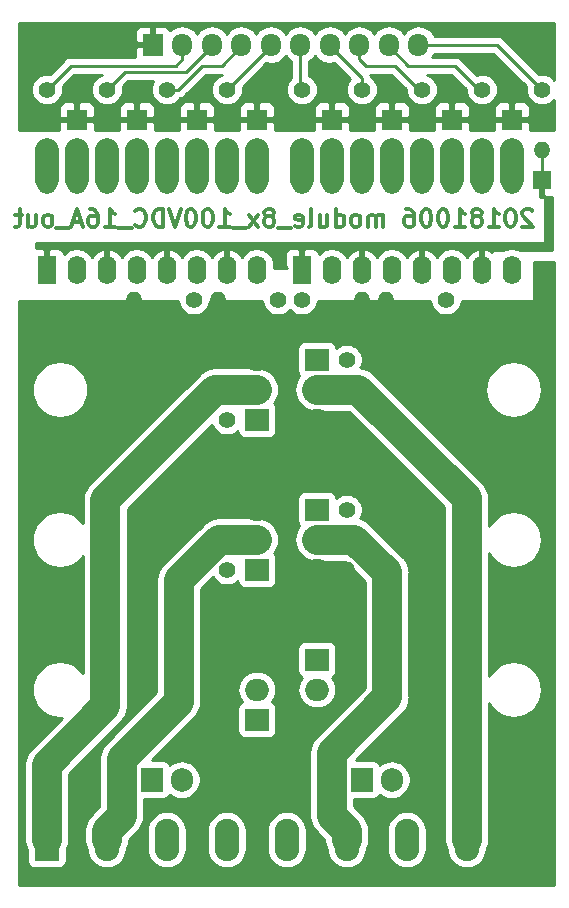
<source format=gbr>
G04 #@! TF.GenerationSoftware,KiCad,Pcbnew,5.0.0*
G04 #@! TF.CreationDate,2018-10-18T22:04:33+02:00*
G04 #@! TF.ProjectId,module_8x_100VDC_16A_out,6D6F64756C655F38785F313030564443,rev?*
G04 #@! TF.SameCoordinates,Original*
G04 #@! TF.FileFunction,Copper,L2,Bot,Signal*
G04 #@! TF.FilePolarity,Positive*
%FSLAX46Y46*%
G04 Gerber Fmt 4.6, Leading zero omitted, Abs format (unit mm)*
G04 Created by KiCad (PCBNEW 5.0.0) date Thu Oct 18 22:04:33 2018*
%MOMM*%
%LPD*%
G01*
G04 APERTURE LIST*
G04 #@! TA.AperFunction,NonConductor*
%ADD10C,0.300000*%
G04 #@! TD*
G04 #@! TA.AperFunction,ComponentPad*
%ADD11R,1.800000X1.800000*%
G04 #@! TD*
G04 #@! TA.AperFunction,ComponentPad*
%ADD12C,1.800000*%
G04 #@! TD*
G04 #@! TA.AperFunction,ComponentPad*
%ADD13R,1.600000X1.600000*%
G04 #@! TD*
G04 #@! TA.AperFunction,ComponentPad*
%ADD14O,1.600000X1.600000*%
G04 #@! TD*
G04 #@! TA.AperFunction,ComponentPad*
%ADD15R,1.700000X1.950000*%
G04 #@! TD*
G04 #@! TA.AperFunction,ComponentPad*
%ADD16O,1.700000X1.950000*%
G04 #@! TD*
G04 #@! TA.AperFunction,ComponentPad*
%ADD17R,2.080000X3.600000*%
G04 #@! TD*
G04 #@! TA.AperFunction,ComponentPad*
%ADD18O,2.080000X3.600000*%
G04 #@! TD*
G04 #@! TA.AperFunction,ComponentPad*
%ADD19C,1.400000*%
G04 #@! TD*
G04 #@! TA.AperFunction,ComponentPad*
%ADD20O,1.400000X1.400000*%
G04 #@! TD*
G04 #@! TA.AperFunction,ComponentPad*
%ADD21R,1.600000X2.400000*%
G04 #@! TD*
G04 #@! TA.AperFunction,ComponentPad*
%ADD22O,1.600000X2.400000*%
G04 #@! TD*
G04 #@! TA.AperFunction,ComponentPad*
%ADD23R,1.905000X2.000000*%
G04 #@! TD*
G04 #@! TA.AperFunction,ComponentPad*
%ADD24O,1.905000X2.000000*%
G04 #@! TD*
G04 #@! TA.AperFunction,ComponentPad*
%ADD25R,2.000000X1.905000*%
G04 #@! TD*
G04 #@! TA.AperFunction,ComponentPad*
%ADD26O,2.000000X1.905000*%
G04 #@! TD*
G04 #@! TA.AperFunction,Conductor*
%ADD27C,2.000000*%
G04 #@! TD*
G04 #@! TA.AperFunction,Conductor*
%ADD28C,0.250000*%
G04 #@! TD*
G04 #@! TA.AperFunction,Conductor*
%ADD29C,2.500000*%
G04 #@! TD*
G04 #@! TA.AperFunction,Conductor*
%ADD30C,0.254000*%
G04 #@! TD*
G04 APERTURE END LIST*
D10*
X107165428Y-128353428D02*
X107094000Y-128282000D01*
X106951142Y-128210571D01*
X106594000Y-128210571D01*
X106451142Y-128282000D01*
X106379714Y-128353428D01*
X106308285Y-128496285D01*
X106308285Y-128639142D01*
X106379714Y-128853428D01*
X107236857Y-129710571D01*
X106308285Y-129710571D01*
X105379714Y-128210571D02*
X105236857Y-128210571D01*
X105094000Y-128282000D01*
X105022571Y-128353428D01*
X104951142Y-128496285D01*
X104879714Y-128782000D01*
X104879714Y-129139142D01*
X104951142Y-129424857D01*
X105022571Y-129567714D01*
X105094000Y-129639142D01*
X105236857Y-129710571D01*
X105379714Y-129710571D01*
X105522571Y-129639142D01*
X105594000Y-129567714D01*
X105665428Y-129424857D01*
X105736857Y-129139142D01*
X105736857Y-128782000D01*
X105665428Y-128496285D01*
X105594000Y-128353428D01*
X105522571Y-128282000D01*
X105379714Y-128210571D01*
X103451142Y-129710571D02*
X104308285Y-129710571D01*
X103879714Y-129710571D02*
X103879714Y-128210571D01*
X104022571Y-128424857D01*
X104165428Y-128567714D01*
X104308285Y-128639142D01*
X102594000Y-128853428D02*
X102736857Y-128782000D01*
X102808285Y-128710571D01*
X102879714Y-128567714D01*
X102879714Y-128496285D01*
X102808285Y-128353428D01*
X102736857Y-128282000D01*
X102594000Y-128210571D01*
X102308285Y-128210571D01*
X102165428Y-128282000D01*
X102094000Y-128353428D01*
X102022571Y-128496285D01*
X102022571Y-128567714D01*
X102094000Y-128710571D01*
X102165428Y-128782000D01*
X102308285Y-128853428D01*
X102594000Y-128853428D01*
X102736857Y-128924857D01*
X102808285Y-128996285D01*
X102879714Y-129139142D01*
X102879714Y-129424857D01*
X102808285Y-129567714D01*
X102736857Y-129639142D01*
X102594000Y-129710571D01*
X102308285Y-129710571D01*
X102165428Y-129639142D01*
X102094000Y-129567714D01*
X102022571Y-129424857D01*
X102022571Y-129139142D01*
X102094000Y-128996285D01*
X102165428Y-128924857D01*
X102308285Y-128853428D01*
X100594000Y-129710571D02*
X101451142Y-129710571D01*
X101022571Y-129710571D02*
X101022571Y-128210571D01*
X101165428Y-128424857D01*
X101308285Y-128567714D01*
X101451142Y-128639142D01*
X99665428Y-128210571D02*
X99522571Y-128210571D01*
X99379714Y-128282000D01*
X99308285Y-128353428D01*
X99236857Y-128496285D01*
X99165428Y-128782000D01*
X99165428Y-129139142D01*
X99236857Y-129424857D01*
X99308285Y-129567714D01*
X99379714Y-129639142D01*
X99522571Y-129710571D01*
X99665428Y-129710571D01*
X99808285Y-129639142D01*
X99879714Y-129567714D01*
X99951142Y-129424857D01*
X100022571Y-129139142D01*
X100022571Y-128782000D01*
X99951142Y-128496285D01*
X99879714Y-128353428D01*
X99808285Y-128282000D01*
X99665428Y-128210571D01*
X98236857Y-128210571D02*
X98094000Y-128210571D01*
X97951142Y-128282000D01*
X97879714Y-128353428D01*
X97808285Y-128496285D01*
X97736857Y-128782000D01*
X97736857Y-129139142D01*
X97808285Y-129424857D01*
X97879714Y-129567714D01*
X97951142Y-129639142D01*
X98094000Y-129710571D01*
X98236857Y-129710571D01*
X98379714Y-129639142D01*
X98451142Y-129567714D01*
X98522571Y-129424857D01*
X98594000Y-129139142D01*
X98594000Y-128782000D01*
X98522571Y-128496285D01*
X98451142Y-128353428D01*
X98379714Y-128282000D01*
X98236857Y-128210571D01*
X96451142Y-128210571D02*
X96736857Y-128210571D01*
X96879714Y-128282000D01*
X96951142Y-128353428D01*
X97094000Y-128567714D01*
X97165428Y-128853428D01*
X97165428Y-129424857D01*
X97094000Y-129567714D01*
X97022571Y-129639142D01*
X96879714Y-129710571D01*
X96594000Y-129710571D01*
X96451142Y-129639142D01*
X96379714Y-129567714D01*
X96308285Y-129424857D01*
X96308285Y-129067714D01*
X96379714Y-128924857D01*
X96451142Y-128853428D01*
X96594000Y-128782000D01*
X96879714Y-128782000D01*
X97022571Y-128853428D01*
X97094000Y-128924857D01*
X97165428Y-129067714D01*
X94522571Y-129710571D02*
X94522571Y-128710571D01*
X94522571Y-128853428D02*
X94451142Y-128782000D01*
X94308285Y-128710571D01*
X94094000Y-128710571D01*
X93951142Y-128782000D01*
X93879714Y-128924857D01*
X93879714Y-129710571D01*
X93879714Y-128924857D02*
X93808285Y-128782000D01*
X93665428Y-128710571D01*
X93451142Y-128710571D01*
X93308285Y-128782000D01*
X93236857Y-128924857D01*
X93236857Y-129710571D01*
X92308285Y-129710571D02*
X92451142Y-129639142D01*
X92522571Y-129567714D01*
X92594000Y-129424857D01*
X92594000Y-128996285D01*
X92522571Y-128853428D01*
X92451142Y-128782000D01*
X92308285Y-128710571D01*
X92094000Y-128710571D01*
X91951142Y-128782000D01*
X91879714Y-128853428D01*
X91808285Y-128996285D01*
X91808285Y-129424857D01*
X91879714Y-129567714D01*
X91951142Y-129639142D01*
X92094000Y-129710571D01*
X92308285Y-129710571D01*
X90522571Y-129710571D02*
X90522571Y-128210571D01*
X90522571Y-129639142D02*
X90665428Y-129710571D01*
X90951142Y-129710571D01*
X91094000Y-129639142D01*
X91165428Y-129567714D01*
X91236857Y-129424857D01*
X91236857Y-128996285D01*
X91165428Y-128853428D01*
X91094000Y-128782000D01*
X90951142Y-128710571D01*
X90665428Y-128710571D01*
X90522571Y-128782000D01*
X89165428Y-128710571D02*
X89165428Y-129710571D01*
X89808285Y-128710571D02*
X89808285Y-129496285D01*
X89736857Y-129639142D01*
X89594000Y-129710571D01*
X89379714Y-129710571D01*
X89236857Y-129639142D01*
X89165428Y-129567714D01*
X88236857Y-129710571D02*
X88379714Y-129639142D01*
X88451142Y-129496285D01*
X88451142Y-128210571D01*
X87094000Y-129639142D02*
X87236857Y-129710571D01*
X87522571Y-129710571D01*
X87665428Y-129639142D01*
X87736857Y-129496285D01*
X87736857Y-128924857D01*
X87665428Y-128782000D01*
X87522571Y-128710571D01*
X87236857Y-128710571D01*
X87094000Y-128782000D01*
X87022571Y-128924857D01*
X87022571Y-129067714D01*
X87736857Y-129210571D01*
X86736857Y-129853428D02*
X85594000Y-129853428D01*
X85022571Y-128853428D02*
X85165428Y-128782000D01*
X85236857Y-128710571D01*
X85308285Y-128567714D01*
X85308285Y-128496285D01*
X85236857Y-128353428D01*
X85165428Y-128282000D01*
X85022571Y-128210571D01*
X84736857Y-128210571D01*
X84594000Y-128282000D01*
X84522571Y-128353428D01*
X84451142Y-128496285D01*
X84451142Y-128567714D01*
X84522571Y-128710571D01*
X84594000Y-128782000D01*
X84736857Y-128853428D01*
X85022571Y-128853428D01*
X85165428Y-128924857D01*
X85236857Y-128996285D01*
X85308285Y-129139142D01*
X85308285Y-129424857D01*
X85236857Y-129567714D01*
X85165428Y-129639142D01*
X85022571Y-129710571D01*
X84736857Y-129710571D01*
X84594000Y-129639142D01*
X84522571Y-129567714D01*
X84451142Y-129424857D01*
X84451142Y-129139142D01*
X84522571Y-128996285D01*
X84594000Y-128924857D01*
X84736857Y-128853428D01*
X83951142Y-129710571D02*
X83165428Y-128710571D01*
X83951142Y-128710571D02*
X83165428Y-129710571D01*
X82951142Y-129853428D02*
X81808285Y-129853428D01*
X80665428Y-129710571D02*
X81522571Y-129710571D01*
X81094000Y-129710571D02*
X81094000Y-128210571D01*
X81236857Y-128424857D01*
X81379714Y-128567714D01*
X81522571Y-128639142D01*
X79736857Y-128210571D02*
X79594000Y-128210571D01*
X79451142Y-128282000D01*
X79379714Y-128353428D01*
X79308285Y-128496285D01*
X79236857Y-128782000D01*
X79236857Y-129139142D01*
X79308285Y-129424857D01*
X79379714Y-129567714D01*
X79451142Y-129639142D01*
X79594000Y-129710571D01*
X79736857Y-129710571D01*
X79879714Y-129639142D01*
X79951142Y-129567714D01*
X80022571Y-129424857D01*
X80094000Y-129139142D01*
X80094000Y-128782000D01*
X80022571Y-128496285D01*
X79951142Y-128353428D01*
X79879714Y-128282000D01*
X79736857Y-128210571D01*
X78308285Y-128210571D02*
X78165428Y-128210571D01*
X78022571Y-128282000D01*
X77951142Y-128353428D01*
X77879714Y-128496285D01*
X77808285Y-128782000D01*
X77808285Y-129139142D01*
X77879714Y-129424857D01*
X77951142Y-129567714D01*
X78022571Y-129639142D01*
X78165428Y-129710571D01*
X78308285Y-129710571D01*
X78451142Y-129639142D01*
X78522571Y-129567714D01*
X78594000Y-129424857D01*
X78665428Y-129139142D01*
X78665428Y-128782000D01*
X78594000Y-128496285D01*
X78522571Y-128353428D01*
X78451142Y-128282000D01*
X78308285Y-128210571D01*
X77379714Y-128210571D02*
X76879714Y-129710571D01*
X76379714Y-128210571D01*
X75879714Y-129710571D02*
X75879714Y-128210571D01*
X75522571Y-128210571D01*
X75308285Y-128282000D01*
X75165428Y-128424857D01*
X75094000Y-128567714D01*
X75022571Y-128853428D01*
X75022571Y-129067714D01*
X75094000Y-129353428D01*
X75165428Y-129496285D01*
X75308285Y-129639142D01*
X75522571Y-129710571D01*
X75879714Y-129710571D01*
X73522571Y-129567714D02*
X73594000Y-129639142D01*
X73808285Y-129710571D01*
X73951142Y-129710571D01*
X74165428Y-129639142D01*
X74308285Y-129496285D01*
X74379714Y-129353428D01*
X74451142Y-129067714D01*
X74451142Y-128853428D01*
X74379714Y-128567714D01*
X74308285Y-128424857D01*
X74165428Y-128282000D01*
X73951142Y-128210571D01*
X73808285Y-128210571D01*
X73594000Y-128282000D01*
X73522571Y-128353428D01*
X73236857Y-129853428D02*
X72094000Y-129853428D01*
X70951142Y-129710571D02*
X71808285Y-129710571D01*
X71379714Y-129710571D02*
X71379714Y-128210571D01*
X71522571Y-128424857D01*
X71665428Y-128567714D01*
X71808285Y-128639142D01*
X69665428Y-128210571D02*
X69951142Y-128210571D01*
X70094000Y-128282000D01*
X70165428Y-128353428D01*
X70308285Y-128567714D01*
X70379714Y-128853428D01*
X70379714Y-129424857D01*
X70308285Y-129567714D01*
X70236857Y-129639142D01*
X70094000Y-129710571D01*
X69808285Y-129710571D01*
X69665428Y-129639142D01*
X69594000Y-129567714D01*
X69522571Y-129424857D01*
X69522571Y-129067714D01*
X69594000Y-128924857D01*
X69665428Y-128853428D01*
X69808285Y-128782000D01*
X70094000Y-128782000D01*
X70236857Y-128853428D01*
X70308285Y-128924857D01*
X70379714Y-129067714D01*
X68951142Y-129282000D02*
X68236857Y-129282000D01*
X69094000Y-129710571D02*
X68594000Y-128210571D01*
X68094000Y-129710571D01*
X67951142Y-129853428D02*
X66808285Y-129853428D01*
X66236857Y-129710571D02*
X66379714Y-129639142D01*
X66451142Y-129567714D01*
X66522571Y-129424857D01*
X66522571Y-128996285D01*
X66451142Y-128853428D01*
X66379714Y-128782000D01*
X66236857Y-128710571D01*
X66022571Y-128710571D01*
X65879714Y-128782000D01*
X65808285Y-128853428D01*
X65736857Y-128996285D01*
X65736857Y-129424857D01*
X65808285Y-129567714D01*
X65879714Y-129639142D01*
X66022571Y-129710571D01*
X66236857Y-129710571D01*
X64451142Y-128710571D02*
X64451142Y-129710571D01*
X65094000Y-128710571D02*
X65094000Y-129496285D01*
X65022571Y-129639142D01*
X64879714Y-129710571D01*
X64665428Y-129710571D01*
X64522571Y-129639142D01*
X64451142Y-129567714D01*
X63951142Y-128710571D02*
X63379714Y-128710571D01*
X63736857Y-128210571D02*
X63736857Y-129496285D01*
X63665428Y-129639142D01*
X63522571Y-129710571D01*
X63379714Y-129710571D01*
D11*
G04 #@! TO.P,D1,1*
G04 #@! TO.N,/GNDD*
X68580000Y-120650000D03*
D12*
G04 #@! TO.P,D1,2*
G04 #@! TO.N,Net-(D1-Pad2)*
X68580000Y-123190000D03*
G04 #@! TD*
D11*
G04 #@! TO.P,D2,1*
G04 #@! TO.N,/GNDD*
X73660000Y-120650000D03*
D12*
G04 #@! TO.P,D2,2*
G04 #@! TO.N,Net-(D2-Pad2)*
X73660000Y-123190000D03*
G04 #@! TD*
G04 #@! TO.P,D3,2*
G04 #@! TO.N,Net-(D3-Pad2)*
X78740000Y-123190000D03*
D11*
G04 #@! TO.P,D3,1*
G04 #@! TO.N,/GNDD*
X78740000Y-120650000D03*
G04 #@! TD*
G04 #@! TO.P,D4,1*
G04 #@! TO.N,/GNDD*
X83820000Y-120650000D03*
D12*
G04 #@! TO.P,D4,2*
G04 #@! TO.N,Net-(D4-Pad2)*
X83820000Y-123190000D03*
G04 #@! TD*
G04 #@! TO.P,D5,2*
G04 #@! TO.N,Net-(D5-Pad2)*
X90170000Y-123190000D03*
D11*
G04 #@! TO.P,D5,1*
G04 #@! TO.N,/GNDD*
X90170000Y-120650000D03*
G04 #@! TD*
G04 #@! TO.P,D6,1*
G04 #@! TO.N,/GNDD*
X95250000Y-120650000D03*
D12*
G04 #@! TO.P,D6,2*
G04 #@! TO.N,Net-(D6-Pad2)*
X95250000Y-123190000D03*
G04 #@! TD*
G04 #@! TO.P,D7,2*
G04 #@! TO.N,Net-(D7-Pad2)*
X100330000Y-123190000D03*
D11*
G04 #@! TO.P,D7,1*
G04 #@! TO.N,/GNDD*
X100330000Y-120650000D03*
G04 #@! TD*
D12*
G04 #@! TO.P,D8,2*
G04 #@! TO.N,Net-(D8-Pad2)*
X105410000Y-123190000D03*
D11*
G04 #@! TO.P,D8,1*
G04 #@! TO.N,/GNDD*
X105410000Y-120650000D03*
G04 #@! TD*
D13*
G04 #@! TO.P,D9,1*
G04 #@! TO.N,/+9V*
X107950000Y-125730000D03*
D14*
G04 #@! TO.P,D9,2*
G04 #@! TO.N,/PWR_GND*
X107950000Y-133350000D03*
G04 #@! TD*
D15*
G04 #@! TO.P,J1,1*
G04 #@! TO.N,/GNDD*
X75010000Y-114300000D03*
D16*
G04 #@! TO.P,J1,2*
G04 #@! TO.N,/GPB0*
X77510000Y-114300000D03*
G04 #@! TO.P,J1,3*
G04 #@! TO.N,/GPB1*
X80010000Y-114300000D03*
G04 #@! TO.P,J1,4*
G04 #@! TO.N,/GPB2*
X82510000Y-114300000D03*
G04 #@! TO.P,J1,5*
G04 #@! TO.N,/GPB3*
X85010000Y-114300000D03*
G04 #@! TO.P,J1,6*
G04 #@! TO.N,/GPB4*
X87510000Y-114300000D03*
G04 #@! TO.P,J1,7*
G04 #@! TO.N,/GPB5*
X90010000Y-114300000D03*
G04 #@! TO.P,J1,8*
G04 #@! TO.N,/GPB6*
X92510000Y-114300000D03*
G04 #@! TO.P,J1,9*
G04 #@! TO.N,/GPB7*
X95010000Y-114300000D03*
G04 #@! TO.P,J1,10*
G04 #@! TO.N,/+24V*
X97510000Y-114300000D03*
G04 #@! TD*
D17*
G04 #@! TO.P,J2,1*
G04 #@! TO.N,/out0*
X66040000Y-181610000D03*
D18*
G04 #@! TO.P,J2,2*
G04 #@! TO.N,/out1*
X71120000Y-181610000D03*
G04 #@! TO.P,J2,3*
G04 #@! TO.N,/out2*
X76200000Y-181610000D03*
G04 #@! TO.P,J2,4*
G04 #@! TO.N,/out3*
X81280000Y-181610000D03*
G04 #@! TO.P,J2,5*
G04 #@! TO.N,/out4*
X86360000Y-181610000D03*
G04 #@! TO.P,J2,6*
G04 #@! TO.N,/out5*
X91440000Y-181610000D03*
G04 #@! TO.P,J2,7*
G04 #@! TO.N,/out6*
X96520000Y-181610000D03*
G04 #@! TO.P,J2,8*
G04 #@! TO.N,/out7*
X101600000Y-181610000D03*
G04 #@! TO.P,J2,9*
G04 #@! TO.N,/PWR_GND*
X106680000Y-181610000D03*
G04 #@! TD*
D19*
G04 #@! TO.P,R1,1*
G04 #@! TO.N,/GPB0*
X66040000Y-118110000D03*
D20*
G04 #@! TO.P,R1,2*
G04 #@! TO.N,Net-(R1-Pad2)*
X66040000Y-123190000D03*
G04 #@! TD*
G04 #@! TO.P,R2,2*
G04 #@! TO.N,Net-(R2-Pad2)*
X71120000Y-123190000D03*
D19*
G04 #@! TO.P,R2,1*
G04 #@! TO.N,/GPB1*
X71120000Y-118110000D03*
G04 #@! TD*
D20*
G04 #@! TO.P,R3,2*
G04 #@! TO.N,Net-(R3-Pad2)*
X76200000Y-123190000D03*
D19*
G04 #@! TO.P,R3,1*
G04 #@! TO.N,/GPB2*
X76200000Y-118110000D03*
G04 #@! TD*
D20*
G04 #@! TO.P,R4,2*
G04 #@! TO.N,Net-(R4-Pad2)*
X81280000Y-123190000D03*
D19*
G04 #@! TO.P,R4,1*
G04 #@! TO.N,/GPB3*
X81280000Y-118110000D03*
G04 #@! TD*
G04 #@! TO.P,R5,1*
G04 #@! TO.N,/GPB4*
X87630000Y-118110000D03*
D20*
G04 #@! TO.P,R5,2*
G04 #@! TO.N,Net-(R5-Pad2)*
X87630000Y-123190000D03*
G04 #@! TD*
D19*
G04 #@! TO.P,R6,1*
G04 #@! TO.N,/GPB5*
X92710000Y-118110000D03*
D20*
G04 #@! TO.P,R6,2*
G04 #@! TO.N,Net-(R6-Pad2)*
X92710000Y-123190000D03*
G04 #@! TD*
G04 #@! TO.P,R7,2*
G04 #@! TO.N,Net-(R7-Pad2)*
X97790000Y-123190000D03*
D19*
G04 #@! TO.P,R7,1*
G04 #@! TO.N,/GPB6*
X97790000Y-118110000D03*
G04 #@! TD*
D20*
G04 #@! TO.P,R8,2*
G04 #@! TO.N,Net-(R8-Pad2)*
X102870000Y-123190000D03*
D19*
G04 #@! TO.P,R8,1*
G04 #@! TO.N,/GPB7*
X102870000Y-118110000D03*
G04 #@! TD*
D20*
G04 #@! TO.P,R9,2*
G04 #@! TO.N,/+9V*
X107950000Y-123190000D03*
D19*
G04 #@! TO.P,R9,1*
G04 #@! TO.N,/+24V*
X107950000Y-118110000D03*
G04 #@! TD*
G04 #@! TO.P,R10,1*
G04 #@! TO.N,Net-(Q1-Pad1)*
X81280000Y-146050000D03*
D20*
G04 #@! TO.P,R10,2*
G04 #@! TO.N,/PWR_GND*
X81280000Y-140970000D03*
G04 #@! TD*
D19*
G04 #@! TO.P,R11,1*
G04 #@! TO.N,Net-(Q2-Pad1)*
X81280000Y-158750000D03*
D20*
G04 #@! TO.P,R11,2*
G04 #@! TO.N,/PWR_GND*
X81280000Y-153670000D03*
G04 #@! TD*
D19*
G04 #@! TO.P,R12,1*
G04 #@! TO.N,Net-(Q3-Pad1)*
X78486000Y-135890000D03*
D20*
G04 #@! TO.P,R12,2*
G04 #@! TO.N,/PWR_GND*
X73406000Y-135890000D03*
G04 #@! TD*
D19*
G04 #@! TO.P,R13,1*
G04 #@! TO.N,Net-(Q4-Pad1)*
X85598000Y-135890000D03*
D20*
G04 #@! TO.P,R13,2*
G04 #@! TO.N,/PWR_GND*
X80518000Y-135890000D03*
G04 #@! TD*
G04 #@! TO.P,R14,2*
G04 #@! TO.N,/PWR_GND*
X92710000Y-135890000D03*
D19*
G04 #@! TO.P,R14,1*
G04 #@! TO.N,Net-(Q5-Pad1)*
X87630000Y-135890000D03*
G04 #@! TD*
D20*
G04 #@! TO.P,R15,2*
G04 #@! TO.N,/PWR_GND*
X91440000Y-158750000D03*
D19*
G04 #@! TO.P,R15,1*
G04 #@! TO.N,Net-(Q6-Pad1)*
X91440000Y-153670000D03*
G04 #@! TD*
G04 #@! TO.P,R16,1*
G04 #@! TO.N,Net-(Q7-Pad1)*
X99822000Y-135890000D03*
D20*
G04 #@! TO.P,R16,2*
G04 #@! TO.N,/PWR_GND*
X94742000Y-135890000D03*
G04 #@! TD*
D19*
G04 #@! TO.P,R17,1*
G04 #@! TO.N,Net-(Q8-Pad1)*
X91440000Y-140970000D03*
D20*
G04 #@! TO.P,R17,2*
G04 #@! TO.N,/PWR_GND*
X91440000Y-146050000D03*
G04 #@! TD*
D21*
G04 #@! TO.P,U1,1*
G04 #@! TO.N,/+9V*
X66040000Y-133350000D03*
D22*
G04 #@! TO.P,U1,9*
G04 #@! TO.N,Net-(D4-Pad2)*
X83820000Y-125730000D03*
G04 #@! TO.P,U1,2*
G04 #@! TO.N,Net-(Q1-Pad1)*
X68580000Y-133350000D03*
G04 #@! TO.P,U1,10*
G04 #@! TO.N,Net-(R4-Pad2)*
X81280000Y-125730000D03*
G04 #@! TO.P,U1,3*
G04 #@! TO.N,/+9V*
X71120000Y-133350000D03*
G04 #@! TO.P,U1,11*
G04 #@! TO.N,Net-(D3-Pad2)*
X78740000Y-125730000D03*
G04 #@! TO.P,U1,4*
G04 #@! TO.N,Net-(Q2-Pad1)*
X73660000Y-133350000D03*
G04 #@! TO.P,U1,12*
G04 #@! TO.N,Net-(R3-Pad2)*
X76200000Y-125730000D03*
G04 #@! TO.P,U1,5*
G04 #@! TO.N,/+9V*
X76200000Y-133350000D03*
G04 #@! TO.P,U1,13*
G04 #@! TO.N,Net-(D2-Pad2)*
X73660000Y-125730000D03*
G04 #@! TO.P,U1,6*
G04 #@! TO.N,Net-(Q3-Pad1)*
X78740000Y-133350000D03*
G04 #@! TO.P,U1,14*
G04 #@! TO.N,Net-(R2-Pad2)*
X71120000Y-125730000D03*
G04 #@! TO.P,U1,7*
G04 #@! TO.N,/+9V*
X81280000Y-133350000D03*
G04 #@! TO.P,U1,15*
G04 #@! TO.N,Net-(D1-Pad2)*
X68580000Y-125730000D03*
G04 #@! TO.P,U1,8*
G04 #@! TO.N,Net-(Q4-Pad1)*
X83820000Y-133350000D03*
G04 #@! TO.P,U1,16*
G04 #@! TO.N,Net-(R1-Pad2)*
X66040000Y-125730000D03*
G04 #@! TD*
G04 #@! TO.P,U2,16*
G04 #@! TO.N,Net-(R5-Pad2)*
X87630000Y-125730000D03*
G04 #@! TO.P,U2,8*
G04 #@! TO.N,Net-(Q8-Pad1)*
X105410000Y-133350000D03*
G04 #@! TO.P,U2,15*
G04 #@! TO.N,Net-(D5-Pad2)*
X90170000Y-125730000D03*
G04 #@! TO.P,U2,7*
G04 #@! TO.N,/+9V*
X102870000Y-133350000D03*
G04 #@! TO.P,U2,14*
G04 #@! TO.N,Net-(R6-Pad2)*
X92710000Y-125730000D03*
G04 #@! TO.P,U2,6*
G04 #@! TO.N,Net-(Q7-Pad1)*
X100330000Y-133350000D03*
G04 #@! TO.P,U2,13*
G04 #@! TO.N,Net-(D6-Pad2)*
X95250000Y-125730000D03*
G04 #@! TO.P,U2,5*
G04 #@! TO.N,/+9V*
X97790000Y-133350000D03*
G04 #@! TO.P,U2,12*
G04 #@! TO.N,Net-(R7-Pad2)*
X97790000Y-125730000D03*
G04 #@! TO.P,U2,4*
G04 #@! TO.N,Net-(Q6-Pad1)*
X95250000Y-133350000D03*
G04 #@! TO.P,U2,11*
G04 #@! TO.N,Net-(D7-Pad2)*
X100330000Y-125730000D03*
G04 #@! TO.P,U2,3*
G04 #@! TO.N,/+9V*
X92710000Y-133350000D03*
G04 #@! TO.P,U2,10*
G04 #@! TO.N,Net-(R8-Pad2)*
X102870000Y-125730000D03*
G04 #@! TO.P,U2,2*
G04 #@! TO.N,Net-(Q5-Pad1)*
X90170000Y-133350000D03*
G04 #@! TO.P,U2,9*
G04 #@! TO.N,Net-(D8-Pad2)*
X105410000Y-125730000D03*
D21*
G04 #@! TO.P,U2,1*
G04 #@! TO.N,/+9V*
X87630000Y-133350000D03*
G04 #@! TD*
D23*
G04 #@! TO.P,Q3,1*
G04 #@! TO.N,Net-(Q3-Pad1)*
X74930000Y-176530000D03*
D24*
G04 #@! TO.P,Q3,2*
G04 #@! TO.N,/out2*
X77470000Y-176530000D03*
G04 #@! TO.P,Q3,3*
G04 #@! TO.N,/PWR_GND*
X80010000Y-176530000D03*
G04 #@! TD*
D25*
G04 #@! TO.P,Q4,1*
G04 #@! TO.N,Net-(Q4-Pad1)*
X83820000Y-171450000D03*
D26*
G04 #@! TO.P,Q4,2*
G04 #@! TO.N,/out3*
X83820000Y-168910000D03*
G04 #@! TO.P,Q4,3*
G04 #@! TO.N,/PWR_GND*
X83820000Y-166370000D03*
G04 #@! TD*
G04 #@! TO.P,Q2,3*
G04 #@! TO.N,/PWR_GND*
X83820000Y-153670000D03*
G04 #@! TO.P,Q2,2*
G04 #@! TO.N,/out1*
X83820000Y-156210000D03*
D25*
G04 #@! TO.P,Q2,1*
G04 #@! TO.N,Net-(Q2-Pad1)*
X83820000Y-158750000D03*
G04 #@! TD*
G04 #@! TO.P,Q5,1*
G04 #@! TO.N,Net-(Q5-Pad1)*
X88900000Y-166370000D03*
D26*
G04 #@! TO.P,Q5,2*
G04 #@! TO.N,/out4*
X88900000Y-168910000D03*
G04 #@! TO.P,Q5,3*
G04 #@! TO.N,/PWR_GND*
X88900000Y-171450000D03*
G04 #@! TD*
G04 #@! TO.P,Q1,3*
G04 #@! TO.N,/PWR_GND*
X83820000Y-140970000D03*
G04 #@! TO.P,Q1,2*
G04 #@! TO.N,/out0*
X83820000Y-143510000D03*
D25*
G04 #@! TO.P,Q1,1*
G04 #@! TO.N,Net-(Q1-Pad1)*
X83820000Y-146050000D03*
G04 #@! TD*
G04 #@! TO.P,Q6,1*
G04 #@! TO.N,Net-(Q6-Pad1)*
X88900000Y-153670000D03*
D26*
G04 #@! TO.P,Q6,2*
G04 #@! TO.N,/out5*
X88900000Y-156210000D03*
G04 #@! TO.P,Q6,3*
G04 #@! TO.N,/PWR_GND*
X88900000Y-158750000D03*
G04 #@! TD*
D23*
G04 #@! TO.P,Q7,1*
G04 #@! TO.N,Net-(Q7-Pad1)*
X92710000Y-176530000D03*
D24*
G04 #@! TO.P,Q7,2*
G04 #@! TO.N,/out6*
X95250000Y-176530000D03*
G04 #@! TO.P,Q7,3*
G04 #@! TO.N,/PWR_GND*
X97790000Y-176530000D03*
G04 #@! TD*
D25*
G04 #@! TO.P,Q8,1*
G04 #@! TO.N,Net-(Q8-Pad1)*
X88900000Y-140970000D03*
D26*
G04 #@! TO.P,Q8,2*
G04 #@! TO.N,/out7*
X88900000Y-143510000D03*
G04 #@! TO.P,Q8,3*
G04 #@! TO.N,/PWR_GND*
X88900000Y-146050000D03*
G04 #@! TD*
D27*
G04 #@! TO.N,Net-(D1-Pad2)*
X68580000Y-123190000D02*
X68580000Y-125730000D01*
G04 #@! TO.N,Net-(D2-Pad2)*
X73660000Y-123190000D02*
X73660000Y-125730000D01*
G04 #@! TO.N,Net-(D3-Pad2)*
X78740000Y-123190000D02*
X78740000Y-125730000D01*
G04 #@! TO.N,Net-(D4-Pad2)*
X83820000Y-123190000D02*
X83820000Y-125730000D01*
G04 #@! TO.N,Net-(D5-Pad2)*
X90170000Y-123190000D02*
X90170000Y-125730000D01*
G04 #@! TO.N,Net-(D6-Pad2)*
X95250000Y-123190000D02*
X95250000Y-125730000D01*
G04 #@! TO.N,Net-(D7-Pad2)*
X100330000Y-123190000D02*
X100330000Y-125730000D01*
G04 #@! TO.N,Net-(D8-Pad2)*
X105410000Y-123190000D02*
X105410000Y-125730000D01*
D28*
G04 #@! TO.N,/+9V*
X107950000Y-124179949D02*
X107950000Y-125730000D01*
X107950000Y-123190000D02*
X107950000Y-124179949D01*
G04 #@! TO.N,/GPB0*
X76957000Y-116078000D02*
X68072000Y-116078000D01*
X68072000Y-116078000D02*
X66040000Y-118110000D01*
X77510000Y-114300000D02*
X77510000Y-115525000D01*
X77510000Y-115525000D02*
X76957000Y-116078000D01*
G04 #@! TO.N,/GPB1*
X72644000Y-116586000D02*
X71120000Y-118110000D01*
X77849000Y-116586000D02*
X72644000Y-116586000D01*
X80010000Y-114300000D02*
X80010000Y-114425000D01*
X80010000Y-114425000D02*
X77849000Y-116586000D01*
G04 #@! TO.N,/GPB2*
X80857000Y-116078000D02*
X79221949Y-116078000D01*
X77189949Y-118110000D02*
X76200000Y-118110000D01*
X79221949Y-116078000D02*
X77189949Y-118110000D01*
X82510000Y-114300000D02*
X82510000Y-114425000D01*
X82510000Y-114425000D02*
X80857000Y-116078000D01*
G04 #@! TO.N,/GPB3*
X81325000Y-118110000D02*
X81280000Y-118110000D01*
X85010000Y-114425000D02*
X81325000Y-118110000D01*
X85010000Y-114300000D02*
X85010000Y-114425000D01*
G04 #@! TO.N,/GPB4*
X87510000Y-117990000D02*
X87630000Y-118110000D01*
X87510000Y-114300000D02*
X87510000Y-117990000D01*
G04 #@! TO.N,/GPB5*
X92710000Y-117125000D02*
X92710000Y-118110000D01*
X90010000Y-114425000D02*
X92710000Y-117125000D01*
X90010000Y-114300000D02*
X90010000Y-114425000D01*
G04 #@! TO.N,/GPB6*
X97536000Y-118110000D02*
X97790000Y-118110000D01*
X95504000Y-116078000D02*
X97536000Y-118110000D01*
X93063000Y-116078000D02*
X95504000Y-116078000D01*
X92510000Y-114300000D02*
X92510000Y-115525000D01*
X92510000Y-115525000D02*
X93063000Y-116078000D01*
G04 #@! TO.N,/GPB7*
X102616000Y-118110000D02*
X102870000Y-118110000D01*
X100584000Y-116078000D02*
X102616000Y-118110000D01*
X96663000Y-116078000D02*
X100584000Y-116078000D01*
X95010000Y-114300000D02*
X95010000Y-114425000D01*
X95010000Y-114425000D02*
X96663000Y-116078000D01*
G04 #@! TO.N,/+24V*
X104140000Y-114300000D02*
X107950000Y-118110000D01*
X97510000Y-114300000D02*
X104140000Y-114300000D01*
D29*
G04 #@! TO.N,/out0*
X70993000Y-170307000D02*
X66040000Y-175260000D01*
X66040000Y-175260000D02*
X66040000Y-181610000D01*
X70993000Y-152837000D02*
X70993000Y-170307000D01*
X83820000Y-143510000D02*
X80320000Y-143510000D01*
X80320000Y-143510000D02*
X70993000Y-152837000D01*
G04 #@! TO.N,/out1*
X71120000Y-180848000D02*
X71120000Y-181610000D01*
X80637998Y-156210000D02*
X77216000Y-159631998D01*
X83820000Y-156210000D02*
X80637998Y-156210000D01*
X77216000Y-169926000D02*
X72390000Y-174752000D01*
X77216000Y-159631998D02*
X77216000Y-169926000D01*
X72390000Y-179578000D02*
X71120000Y-180848000D01*
X72390000Y-174752000D02*
X72390000Y-179578000D01*
G04 #@! TO.N,/out5*
X92082002Y-156210000D02*
X88900000Y-156210000D01*
X91440000Y-180850000D02*
X90170000Y-179580000D01*
X91440000Y-181610000D02*
X91440000Y-180850000D01*
X90170000Y-179580000D02*
X90170000Y-174244000D01*
X90170000Y-174244000D02*
X94860001Y-169553999D01*
X94860001Y-169553999D02*
X94860001Y-158987999D01*
X94860001Y-158987999D02*
X92082002Y-156210000D01*
G04 #@! TO.N,/out7*
X101600000Y-152710000D02*
X101600000Y-177310000D01*
X92400000Y-143510000D02*
X101600000Y-152710000D01*
X101600000Y-177310000D02*
X101600000Y-181610000D01*
X88900000Y-143510000D02*
X92400000Y-143510000D01*
D27*
G04 #@! TO.N,Net-(R1-Pad2)*
X66040000Y-123190000D02*
X66040000Y-125730000D01*
G04 #@! TO.N,Net-(R2-Pad2)*
X71120000Y-123190000D02*
X71120000Y-125730000D01*
G04 #@! TO.N,Net-(R3-Pad2)*
X76200000Y-123190000D02*
X76200000Y-125730000D01*
G04 #@! TO.N,Net-(R4-Pad2)*
X81280000Y-123190000D02*
X81280000Y-125730000D01*
G04 #@! TO.N,Net-(R5-Pad2)*
X87630000Y-123190000D02*
X87630000Y-125730000D01*
G04 #@! TO.N,Net-(R6-Pad2)*
X92710000Y-123190000D02*
X92710000Y-125730000D01*
G04 #@! TO.N,Net-(R7-Pad2)*
X97790000Y-123190000D02*
X97790000Y-125730000D01*
G04 #@! TO.N,Net-(R8-Pad2)*
X102870000Y-123190000D02*
X102870000Y-125730000D01*
G04 #@! TD*
D30*
G04 #@! TO.N,/PWR_GND*
G36*
X108993000Y-185447000D02*
X63727000Y-185447000D01*
X63727000Y-175260000D01*
X64145881Y-175260000D01*
X64155000Y-175352589D01*
X64155001Y-181702597D01*
X64182276Y-181979524D01*
X64290062Y-182334848D01*
X64361928Y-182469300D01*
X64361928Y-183410000D01*
X64374188Y-183534482D01*
X64410498Y-183654180D01*
X64469463Y-183764494D01*
X64548815Y-183861185D01*
X64645506Y-183940537D01*
X64755820Y-183999502D01*
X64875518Y-184035812D01*
X65000000Y-184048072D01*
X67080000Y-184048072D01*
X67204482Y-184035812D01*
X67324180Y-183999502D01*
X67434494Y-183940537D01*
X67531185Y-183861185D01*
X67610537Y-183764494D01*
X67669502Y-183654180D01*
X67705812Y-183534482D01*
X67718072Y-183410000D01*
X67718072Y-182469302D01*
X67789939Y-182334848D01*
X67897725Y-181979524D01*
X67925000Y-181702597D01*
X67925000Y-180848000D01*
X69225881Y-180848000D01*
X69235000Y-180940589D01*
X69235000Y-181702597D01*
X69262275Y-181979524D01*
X69370061Y-182334848D01*
X69447749Y-182480192D01*
X69469236Y-182698357D01*
X69565016Y-183014096D01*
X69720551Y-183305082D01*
X69929867Y-183560134D01*
X70184919Y-183769450D01*
X70475905Y-183924985D01*
X70791644Y-184020764D01*
X71120000Y-184053104D01*
X71448357Y-184020764D01*
X71764096Y-183924985D01*
X72055082Y-183769450D01*
X72310134Y-183560134D01*
X72519450Y-183305082D01*
X72674985Y-183014096D01*
X72770764Y-182698357D01*
X72792251Y-182480192D01*
X72869939Y-182334848D01*
X72977725Y-181979524D01*
X73005000Y-181702596D01*
X73005000Y-181628792D01*
X73657423Y-180976370D01*
X73729345Y-180917345D01*
X73852140Y-180767719D01*
X74525000Y-180767719D01*
X74525000Y-182452282D01*
X74549236Y-182698357D01*
X74645016Y-183014096D01*
X74800551Y-183305082D01*
X75009867Y-183560134D01*
X75264919Y-183769450D01*
X75555905Y-183924985D01*
X75871644Y-184020764D01*
X76200000Y-184053104D01*
X76528357Y-184020764D01*
X76844096Y-183924985D01*
X77135082Y-183769450D01*
X77390134Y-183560134D01*
X77599450Y-183305082D01*
X77754985Y-183014096D01*
X77850764Y-182698357D01*
X77875000Y-182452282D01*
X77875000Y-180767719D01*
X79605000Y-180767719D01*
X79605000Y-182452282D01*
X79629236Y-182698357D01*
X79725016Y-183014096D01*
X79880551Y-183305082D01*
X80089867Y-183560134D01*
X80344919Y-183769450D01*
X80635905Y-183924985D01*
X80951644Y-184020764D01*
X81280000Y-184053104D01*
X81608357Y-184020764D01*
X81924096Y-183924985D01*
X82215082Y-183769450D01*
X82470134Y-183560134D01*
X82679450Y-183305082D01*
X82834985Y-183014096D01*
X82930764Y-182698357D01*
X82955000Y-182452282D01*
X82955000Y-180767719D01*
X84685000Y-180767719D01*
X84685000Y-182452282D01*
X84709236Y-182698357D01*
X84805016Y-183014096D01*
X84960551Y-183305082D01*
X85169867Y-183560134D01*
X85424919Y-183769450D01*
X85715905Y-183924985D01*
X86031644Y-184020764D01*
X86360000Y-184053104D01*
X86688357Y-184020764D01*
X87004096Y-183924985D01*
X87295082Y-183769450D01*
X87550134Y-183560134D01*
X87759450Y-183305082D01*
X87914985Y-183014096D01*
X88010764Y-182698357D01*
X88035000Y-182452282D01*
X88035000Y-180767718D01*
X88010764Y-180521643D01*
X87914985Y-180205904D01*
X87759450Y-179914918D01*
X87550134Y-179659866D01*
X87295081Y-179450550D01*
X87004095Y-179295015D01*
X86688356Y-179199236D01*
X86360000Y-179166896D01*
X86031643Y-179199236D01*
X85715904Y-179295015D01*
X85424918Y-179450550D01*
X85169866Y-179659866D01*
X84960550Y-179914919D01*
X84805015Y-180205905D01*
X84709236Y-180521644D01*
X84685000Y-180767719D01*
X82955000Y-180767719D01*
X82955000Y-180767718D01*
X82930764Y-180521643D01*
X82834985Y-180205904D01*
X82679450Y-179914918D01*
X82470134Y-179659866D01*
X82215081Y-179450550D01*
X81924095Y-179295015D01*
X81608356Y-179199236D01*
X81280000Y-179166896D01*
X80951643Y-179199236D01*
X80635904Y-179295015D01*
X80344918Y-179450550D01*
X80089866Y-179659866D01*
X79880550Y-179914919D01*
X79725015Y-180205905D01*
X79629236Y-180521644D01*
X79605000Y-180767719D01*
X77875000Y-180767719D01*
X77875000Y-180767718D01*
X77850764Y-180521643D01*
X77754985Y-180205904D01*
X77599450Y-179914918D01*
X77390134Y-179659866D01*
X77135081Y-179450550D01*
X76844095Y-179295015D01*
X76528356Y-179199236D01*
X76200000Y-179166896D01*
X75871643Y-179199236D01*
X75555904Y-179295015D01*
X75264918Y-179450550D01*
X75009866Y-179659866D01*
X74800550Y-179914919D01*
X74645015Y-180205905D01*
X74549236Y-180521644D01*
X74525000Y-180767719D01*
X73852140Y-180767719D01*
X73862248Y-180755403D01*
X73914321Y-180691951D01*
X73964903Y-180630317D01*
X74139939Y-180302848D01*
X74247725Y-179947524D01*
X74275000Y-179670597D01*
X74275000Y-179670588D01*
X74284119Y-179578001D01*
X74275000Y-179485414D01*
X74275000Y-178168072D01*
X75882500Y-178168072D01*
X76006982Y-178155812D01*
X76126680Y-178119502D01*
X76236994Y-178060537D01*
X76333685Y-177981185D01*
X76413037Y-177884494D01*
X76457905Y-177800553D01*
X76583766Y-177903845D01*
X76859552Y-178051255D01*
X77158797Y-178142030D01*
X77470000Y-178172681D01*
X77781204Y-178142030D01*
X78080449Y-178051255D01*
X78356235Y-177903845D01*
X78597963Y-177705463D01*
X78796345Y-177463734D01*
X78943755Y-177187948D01*
X79034530Y-176888703D01*
X79057500Y-176655485D01*
X79057500Y-176404514D01*
X79034530Y-176171296D01*
X78943755Y-175872051D01*
X78796345Y-175596265D01*
X78597963Y-175354537D01*
X78356234Y-175156155D01*
X78080448Y-175008745D01*
X77781203Y-174917970D01*
X77470000Y-174887319D01*
X77158796Y-174917970D01*
X76859551Y-175008745D01*
X76583765Y-175156155D01*
X76457905Y-175259446D01*
X76413037Y-175175506D01*
X76333685Y-175078815D01*
X76236994Y-174999463D01*
X76126680Y-174940498D01*
X76006982Y-174904188D01*
X75882500Y-174891928D01*
X74915864Y-174891928D01*
X78483423Y-171324370D01*
X78555345Y-171265345D01*
X78671252Y-171124113D01*
X78790903Y-170978317D01*
X78874766Y-170821420D01*
X78965939Y-170650848D01*
X79073725Y-170295524D01*
X79101000Y-170018597D01*
X79110120Y-169926000D01*
X79101000Y-169833403D01*
X79101000Y-168910000D01*
X82177319Y-168910000D01*
X82207970Y-169221204D01*
X82298745Y-169520449D01*
X82446155Y-169796235D01*
X82549446Y-169922095D01*
X82465506Y-169966963D01*
X82368815Y-170046315D01*
X82289463Y-170143006D01*
X82230498Y-170253320D01*
X82194188Y-170373018D01*
X82181928Y-170497500D01*
X82181928Y-172402500D01*
X82194188Y-172526982D01*
X82230498Y-172646680D01*
X82289463Y-172756994D01*
X82368815Y-172853685D01*
X82465506Y-172933037D01*
X82575820Y-172992002D01*
X82695518Y-173028312D01*
X82820000Y-173040572D01*
X84820000Y-173040572D01*
X84944482Y-173028312D01*
X85064180Y-172992002D01*
X85174494Y-172933037D01*
X85271185Y-172853685D01*
X85350537Y-172756994D01*
X85409502Y-172646680D01*
X85445812Y-172526982D01*
X85458072Y-172402500D01*
X85458072Y-170497500D01*
X85445812Y-170373018D01*
X85409502Y-170253320D01*
X85350537Y-170143006D01*
X85271185Y-170046315D01*
X85174494Y-169966963D01*
X85090554Y-169922095D01*
X85193845Y-169796235D01*
X85341255Y-169520449D01*
X85432030Y-169221204D01*
X85462681Y-168910000D01*
X87257319Y-168910000D01*
X87287970Y-169221204D01*
X87378745Y-169520449D01*
X87526155Y-169796235D01*
X87724537Y-170037963D01*
X87966265Y-170236345D01*
X88242051Y-170383755D01*
X88541296Y-170474530D01*
X88774514Y-170497500D01*
X89025486Y-170497500D01*
X89258704Y-170474530D01*
X89557949Y-170383755D01*
X89833735Y-170236345D01*
X90075463Y-170037963D01*
X90273845Y-169796235D01*
X90421255Y-169520449D01*
X90512030Y-169221204D01*
X90542681Y-168910000D01*
X90512030Y-168598796D01*
X90421255Y-168299551D01*
X90273845Y-168023765D01*
X90170554Y-167897905D01*
X90254494Y-167853037D01*
X90351185Y-167773685D01*
X90430537Y-167676994D01*
X90489502Y-167566680D01*
X90525812Y-167446982D01*
X90538072Y-167322500D01*
X90538072Y-165417500D01*
X90525812Y-165293018D01*
X90489502Y-165173320D01*
X90430537Y-165063006D01*
X90351185Y-164966315D01*
X90254494Y-164886963D01*
X90144180Y-164827998D01*
X90024482Y-164791688D01*
X89900000Y-164779428D01*
X87900000Y-164779428D01*
X87775518Y-164791688D01*
X87655820Y-164827998D01*
X87545506Y-164886963D01*
X87448815Y-164966315D01*
X87369463Y-165063006D01*
X87310498Y-165173320D01*
X87274188Y-165293018D01*
X87261928Y-165417500D01*
X87261928Y-167322500D01*
X87274188Y-167446982D01*
X87310498Y-167566680D01*
X87369463Y-167676994D01*
X87448815Y-167773685D01*
X87545506Y-167853037D01*
X87629446Y-167897905D01*
X87526155Y-168023765D01*
X87378745Y-168299551D01*
X87287970Y-168598796D01*
X87257319Y-168910000D01*
X85462681Y-168910000D01*
X85432030Y-168598796D01*
X85341255Y-168299551D01*
X85193845Y-168023765D01*
X84995463Y-167782037D01*
X84753735Y-167583655D01*
X84477949Y-167436245D01*
X84178704Y-167345470D01*
X83945486Y-167322500D01*
X83694514Y-167322500D01*
X83461296Y-167345470D01*
X83162051Y-167436245D01*
X82886265Y-167583655D01*
X82644537Y-167782037D01*
X82446155Y-168023765D01*
X82298745Y-168299551D01*
X82207970Y-168598796D01*
X82177319Y-168910000D01*
X79101000Y-168910000D01*
X79101000Y-160412790D01*
X80110755Y-159403036D01*
X80243038Y-159601013D01*
X80428987Y-159786962D01*
X80647641Y-159933061D01*
X80890595Y-160033696D01*
X81148514Y-160085000D01*
X81411486Y-160085000D01*
X81669405Y-160033696D01*
X81912359Y-159933061D01*
X82131013Y-159786962D01*
X82184936Y-159733039D01*
X82194188Y-159826982D01*
X82230498Y-159946680D01*
X82289463Y-160056994D01*
X82368815Y-160153685D01*
X82465506Y-160233037D01*
X82575820Y-160292002D01*
X82695518Y-160328312D01*
X82820000Y-160340572D01*
X84820000Y-160340572D01*
X84944482Y-160328312D01*
X85064180Y-160292002D01*
X85174494Y-160233037D01*
X85271185Y-160153685D01*
X85350537Y-160056994D01*
X85409502Y-159946680D01*
X85445812Y-159826982D01*
X85458072Y-159702500D01*
X85458072Y-157797500D01*
X85445812Y-157673018D01*
X85409502Y-157553320D01*
X85350537Y-157443006D01*
X85298576Y-157379691D01*
X85394903Y-157262317D01*
X85569939Y-156934848D01*
X85677725Y-156579524D01*
X85714120Y-156210000D01*
X87005880Y-156210000D01*
X87042275Y-156579524D01*
X87150061Y-156934848D01*
X87325097Y-157262317D01*
X87560655Y-157549345D01*
X87847683Y-157784903D01*
X88175152Y-157959939D01*
X88530476Y-158067725D01*
X88807403Y-158095000D01*
X91301210Y-158095000D01*
X92975002Y-159768793D01*
X92975001Y-168773206D01*
X88902577Y-172845631D01*
X88830656Y-172904655D01*
X88771631Y-172976577D01*
X88771628Y-172976580D01*
X88595098Y-173191683D01*
X88420062Y-173519152D01*
X88312275Y-173874476D01*
X88275881Y-174244000D01*
X88285001Y-174336599D01*
X88285000Y-179487411D01*
X88275881Y-179580000D01*
X88285000Y-179672589D01*
X88285000Y-179672596D01*
X88312275Y-179949523D01*
X88420061Y-180304847D01*
X88595097Y-180632317D01*
X88830655Y-180919345D01*
X88902582Y-180978374D01*
X89555000Y-181630793D01*
X89555000Y-181702596D01*
X89582275Y-181979523D01*
X89690061Y-182334847D01*
X89767749Y-182480191D01*
X89789236Y-182698357D01*
X89885016Y-183014096D01*
X90040551Y-183305082D01*
X90249867Y-183560134D01*
X90504919Y-183769450D01*
X90795905Y-183924985D01*
X91111644Y-184020764D01*
X91440000Y-184053104D01*
X91768357Y-184020764D01*
X92084096Y-183924985D01*
X92375082Y-183769450D01*
X92630134Y-183560134D01*
X92839450Y-183305082D01*
X92994985Y-183014096D01*
X93090764Y-182698357D01*
X93112251Y-182480192D01*
X93189939Y-182334848D01*
X93297725Y-181979524D01*
X93325000Y-181702597D01*
X93325000Y-180942586D01*
X93334119Y-180849999D01*
X93326016Y-180767719D01*
X94845000Y-180767719D01*
X94845000Y-182452282D01*
X94869236Y-182698357D01*
X94965016Y-183014096D01*
X95120551Y-183305082D01*
X95329867Y-183560134D01*
X95584919Y-183769450D01*
X95875905Y-183924985D01*
X96191644Y-184020764D01*
X96520000Y-184053104D01*
X96848357Y-184020764D01*
X97164096Y-183924985D01*
X97455082Y-183769450D01*
X97710134Y-183560134D01*
X97919450Y-183305082D01*
X98074985Y-183014096D01*
X98170764Y-182698357D01*
X98195000Y-182452282D01*
X98195000Y-180767718D01*
X98170764Y-180521643D01*
X98074985Y-180205904D01*
X97919450Y-179914918D01*
X97710134Y-179659866D01*
X97455081Y-179450550D01*
X97164095Y-179295015D01*
X96848356Y-179199236D01*
X96520000Y-179166896D01*
X96191643Y-179199236D01*
X95875904Y-179295015D01*
X95584918Y-179450550D01*
X95329866Y-179659866D01*
X95120550Y-179914919D01*
X94965015Y-180205905D01*
X94869236Y-180521644D01*
X94845000Y-180767719D01*
X93326016Y-180767719D01*
X93325000Y-180757412D01*
X93325000Y-180757404D01*
X93297725Y-180480476D01*
X93189939Y-180125152D01*
X93014903Y-179797683D01*
X92964321Y-179736049D01*
X92838372Y-179582579D01*
X92838370Y-179582577D01*
X92779345Y-179510655D01*
X92707423Y-179451630D01*
X92055000Y-178799208D01*
X92055000Y-178168072D01*
X93662500Y-178168072D01*
X93786982Y-178155812D01*
X93906680Y-178119502D01*
X94016994Y-178060537D01*
X94113685Y-177981185D01*
X94193037Y-177884494D01*
X94237905Y-177800553D01*
X94363766Y-177903845D01*
X94639552Y-178051255D01*
X94938797Y-178142030D01*
X95250000Y-178172681D01*
X95561204Y-178142030D01*
X95860449Y-178051255D01*
X96136235Y-177903845D01*
X96377963Y-177705463D01*
X96576345Y-177463734D01*
X96723755Y-177187948D01*
X96814530Y-176888703D01*
X96837500Y-176655485D01*
X96837500Y-176404514D01*
X96814530Y-176171296D01*
X96723755Y-175872051D01*
X96576345Y-175596265D01*
X96377963Y-175354537D01*
X96136234Y-175156155D01*
X95860448Y-175008745D01*
X95561203Y-174917970D01*
X95250000Y-174887319D01*
X94938796Y-174917970D01*
X94639551Y-175008745D01*
X94363765Y-175156155D01*
X94237905Y-175259446D01*
X94193037Y-175175506D01*
X94113685Y-175078815D01*
X94016994Y-174999463D01*
X93906680Y-174940498D01*
X93786982Y-174904188D01*
X93662500Y-174891928D01*
X92187864Y-174891928D01*
X96127424Y-170952369D01*
X96199346Y-170893344D01*
X96434904Y-170606316D01*
X96609940Y-170278847D01*
X96704549Y-169966963D01*
X96717726Y-169923524D01*
X96730263Y-169796235D01*
X96745001Y-169646596D01*
X96745001Y-169646589D01*
X96754120Y-169554000D01*
X96745001Y-169461411D01*
X96745001Y-159080588D01*
X96754120Y-158987999D01*
X96745001Y-158895410D01*
X96745001Y-158895402D01*
X96717726Y-158618475D01*
X96609940Y-158263151D01*
X96434904Y-157935682D01*
X96302439Y-157774273D01*
X96258373Y-157720578D01*
X96258371Y-157720576D01*
X96199346Y-157648654D01*
X96127424Y-157589629D01*
X93480376Y-154942582D01*
X93421347Y-154870655D01*
X93134319Y-154635097D01*
X92806850Y-154460061D01*
X92566421Y-154387128D01*
X92623061Y-154302359D01*
X92723696Y-154059405D01*
X92775000Y-153801486D01*
X92775000Y-153538514D01*
X92723696Y-153280595D01*
X92623061Y-153037641D01*
X92476962Y-152818987D01*
X92291013Y-152633038D01*
X92072359Y-152486939D01*
X91829405Y-152386304D01*
X91571486Y-152335000D01*
X91308514Y-152335000D01*
X91050595Y-152386304D01*
X90807641Y-152486939D01*
X90588987Y-152633038D01*
X90535064Y-152686961D01*
X90525812Y-152593018D01*
X90489502Y-152473320D01*
X90430537Y-152363006D01*
X90351185Y-152266315D01*
X90254494Y-152186963D01*
X90144180Y-152127998D01*
X90024482Y-152091688D01*
X89900000Y-152079428D01*
X87900000Y-152079428D01*
X87775518Y-152091688D01*
X87655820Y-152127998D01*
X87545506Y-152186963D01*
X87448815Y-152266315D01*
X87369463Y-152363006D01*
X87310498Y-152473320D01*
X87274188Y-152593018D01*
X87261928Y-152717500D01*
X87261928Y-154622500D01*
X87274188Y-154746982D01*
X87310498Y-154866680D01*
X87369463Y-154976994D01*
X87421424Y-155040309D01*
X87325097Y-155157683D01*
X87150061Y-155485152D01*
X87042275Y-155840476D01*
X87005880Y-156210000D01*
X85714120Y-156210000D01*
X85677725Y-155840476D01*
X85569939Y-155485152D01*
X85394903Y-155157683D01*
X85159345Y-154870655D01*
X84872317Y-154635097D01*
X84544848Y-154460061D01*
X84189524Y-154352275D01*
X83912597Y-154325000D01*
X80730587Y-154325000D01*
X80637998Y-154315881D01*
X80545409Y-154325000D01*
X80545401Y-154325000D01*
X80300660Y-154349105D01*
X80268473Y-154352275D01*
X80160687Y-154384972D01*
X79913150Y-154460061D01*
X79585681Y-154635097D01*
X79524047Y-154685679D01*
X79370577Y-154811628D01*
X79370575Y-154811630D01*
X79298653Y-154870655D01*
X79239628Y-154942577D01*
X75948582Y-158233624D01*
X75876655Y-158292653D01*
X75641097Y-158579681D01*
X75466061Y-158907151D01*
X75358275Y-159262475D01*
X75331000Y-159539402D01*
X75331000Y-159539409D01*
X75321881Y-159631998D01*
X75331000Y-159724587D01*
X75331001Y-169145206D01*
X71122582Y-173353626D01*
X71050655Y-173412655D01*
X70815097Y-173699683D01*
X70640061Y-174027153D01*
X70532275Y-174382477D01*
X70505000Y-174659404D01*
X70505000Y-174659411D01*
X70495881Y-174752000D01*
X70505000Y-174844590D01*
X70505001Y-178797207D01*
X69852582Y-179449626D01*
X69780655Y-179508655D01*
X69545097Y-179795683D01*
X69370061Y-180123153D01*
X69262275Y-180478477D01*
X69235000Y-180755404D01*
X69235000Y-180755411D01*
X69225881Y-180848000D01*
X67925000Y-180848000D01*
X67925000Y-176040792D01*
X72260423Y-171705370D01*
X72332345Y-171646345D01*
X72451707Y-171500903D01*
X72567903Y-171359317D01*
X72656576Y-171193421D01*
X72742939Y-171031848D01*
X72850725Y-170676524D01*
X72878000Y-170399597D01*
X72887120Y-170307000D01*
X72878000Y-170214403D01*
X72878000Y-153617792D01*
X80013902Y-146481891D01*
X80096939Y-146682359D01*
X80243038Y-146901013D01*
X80428987Y-147086962D01*
X80647641Y-147233061D01*
X80890595Y-147333696D01*
X81148514Y-147385000D01*
X81411486Y-147385000D01*
X81669405Y-147333696D01*
X81912359Y-147233061D01*
X82131013Y-147086962D01*
X82184936Y-147033039D01*
X82194188Y-147126982D01*
X82230498Y-147246680D01*
X82289463Y-147356994D01*
X82368815Y-147453685D01*
X82465506Y-147533037D01*
X82575820Y-147592002D01*
X82695518Y-147628312D01*
X82820000Y-147640572D01*
X84820000Y-147640572D01*
X84944482Y-147628312D01*
X85064180Y-147592002D01*
X85174494Y-147533037D01*
X85271185Y-147453685D01*
X85350537Y-147356994D01*
X85409502Y-147246680D01*
X85445812Y-147126982D01*
X85458072Y-147002500D01*
X85458072Y-145097500D01*
X85445812Y-144973018D01*
X85409502Y-144853320D01*
X85350537Y-144743006D01*
X85298576Y-144679691D01*
X85394903Y-144562317D01*
X85569939Y-144234848D01*
X85677725Y-143879524D01*
X85714120Y-143510000D01*
X87005880Y-143510000D01*
X87042275Y-143879524D01*
X87150061Y-144234848D01*
X87325097Y-144562317D01*
X87560655Y-144849345D01*
X87847683Y-145084903D01*
X88175152Y-145259939D01*
X88530476Y-145367725D01*
X88807403Y-145395000D01*
X91619208Y-145395000D01*
X99715000Y-153490793D01*
X99715001Y-177217394D01*
X99715000Y-177217404D01*
X99715001Y-181702597D01*
X99742276Y-181979524D01*
X99850062Y-182334848D01*
X99927749Y-182480189D01*
X99949236Y-182698357D01*
X100045016Y-183014096D01*
X100200551Y-183305082D01*
X100409867Y-183560134D01*
X100664919Y-183769450D01*
X100955905Y-183924985D01*
X101271644Y-184020764D01*
X101600000Y-184053104D01*
X101928357Y-184020764D01*
X102244096Y-183924985D01*
X102535082Y-183769450D01*
X102790134Y-183560134D01*
X102999450Y-183305082D01*
X103154985Y-183014096D01*
X103250764Y-182698357D01*
X103272251Y-182480192D01*
X103349939Y-182334848D01*
X103457725Y-181979524D01*
X103485000Y-181702597D01*
X103485000Y-170087378D01*
X103567351Y-170241446D01*
X103865391Y-170604609D01*
X104228554Y-170902649D01*
X104642884Y-171124113D01*
X105092458Y-171260490D01*
X105442843Y-171295000D01*
X105677157Y-171295000D01*
X106027542Y-171260490D01*
X106477116Y-171124113D01*
X106891446Y-170902649D01*
X107254609Y-170604609D01*
X107552649Y-170241446D01*
X107774113Y-169827116D01*
X107910490Y-169377542D01*
X107956539Y-168910000D01*
X107910490Y-168442458D01*
X107774113Y-167992884D01*
X107552649Y-167578554D01*
X107254609Y-167215391D01*
X106891446Y-166917351D01*
X106477116Y-166695887D01*
X106027542Y-166559510D01*
X105677157Y-166525000D01*
X105442843Y-166525000D01*
X105092458Y-166559510D01*
X104642884Y-166695887D01*
X104228554Y-166917351D01*
X103865391Y-167215391D01*
X103567351Y-167578554D01*
X103485000Y-167732622D01*
X103485000Y-157387378D01*
X103567351Y-157541446D01*
X103865391Y-157904609D01*
X104228554Y-158202649D01*
X104642884Y-158424113D01*
X105092458Y-158560490D01*
X105442843Y-158595000D01*
X105677157Y-158595000D01*
X106027542Y-158560490D01*
X106477116Y-158424113D01*
X106891446Y-158202649D01*
X107254609Y-157904609D01*
X107552649Y-157541446D01*
X107774113Y-157127116D01*
X107910490Y-156677542D01*
X107956539Y-156210000D01*
X107910490Y-155742458D01*
X107774113Y-155292884D01*
X107552649Y-154878554D01*
X107254609Y-154515391D01*
X106891446Y-154217351D01*
X106477116Y-153995887D01*
X106027542Y-153859510D01*
X105677157Y-153825000D01*
X105442843Y-153825000D01*
X105092458Y-153859510D01*
X104642884Y-153995887D01*
X104228554Y-154217351D01*
X103865391Y-154515391D01*
X103567351Y-154878554D01*
X103485000Y-155032622D01*
X103485000Y-152802597D01*
X103494120Y-152710000D01*
X103457725Y-152340476D01*
X103456064Y-152335000D01*
X103349939Y-151985152D01*
X103174903Y-151657683D01*
X103102599Y-151569580D01*
X102998372Y-151442579D01*
X102998370Y-151442577D01*
X102939345Y-151370655D01*
X102867423Y-151311630D01*
X95065793Y-143510000D01*
X103163461Y-143510000D01*
X103209510Y-143977542D01*
X103345887Y-144427116D01*
X103567351Y-144841446D01*
X103865391Y-145204609D01*
X104228554Y-145502649D01*
X104642884Y-145724113D01*
X105092458Y-145860490D01*
X105442843Y-145895000D01*
X105677157Y-145895000D01*
X106027542Y-145860490D01*
X106477116Y-145724113D01*
X106891446Y-145502649D01*
X107254609Y-145204609D01*
X107552649Y-144841446D01*
X107774113Y-144427116D01*
X107910490Y-143977542D01*
X107956539Y-143510000D01*
X107910490Y-143042458D01*
X107774113Y-142592884D01*
X107552649Y-142178554D01*
X107254609Y-141815391D01*
X106891446Y-141517351D01*
X106477116Y-141295887D01*
X106027542Y-141159510D01*
X105677157Y-141125000D01*
X105442843Y-141125000D01*
X105092458Y-141159510D01*
X104642884Y-141295887D01*
X104228554Y-141517351D01*
X103865391Y-141815391D01*
X103567351Y-142178554D01*
X103345887Y-142592884D01*
X103209510Y-143042458D01*
X103163461Y-143510000D01*
X95065793Y-143510000D01*
X93798374Y-142242582D01*
X93739345Y-142170655D01*
X93452317Y-141935097D01*
X93124848Y-141760061D01*
X92769524Y-141652275D01*
X92600811Y-141635658D01*
X92623061Y-141602359D01*
X92723696Y-141359405D01*
X92775000Y-141101486D01*
X92775000Y-140838514D01*
X92723696Y-140580595D01*
X92623061Y-140337641D01*
X92476962Y-140118987D01*
X92291013Y-139933038D01*
X92072359Y-139786939D01*
X91829405Y-139686304D01*
X91571486Y-139635000D01*
X91308514Y-139635000D01*
X91050595Y-139686304D01*
X90807641Y-139786939D01*
X90588987Y-139933038D01*
X90535064Y-139986961D01*
X90525812Y-139893018D01*
X90489502Y-139773320D01*
X90430537Y-139663006D01*
X90351185Y-139566315D01*
X90254494Y-139486963D01*
X90144180Y-139427998D01*
X90024482Y-139391688D01*
X89900000Y-139379428D01*
X87900000Y-139379428D01*
X87775518Y-139391688D01*
X87655820Y-139427998D01*
X87545506Y-139486963D01*
X87448815Y-139566315D01*
X87369463Y-139663006D01*
X87310498Y-139773320D01*
X87274188Y-139893018D01*
X87261928Y-140017500D01*
X87261928Y-141922500D01*
X87274188Y-142046982D01*
X87310498Y-142166680D01*
X87369463Y-142276994D01*
X87421424Y-142340309D01*
X87325097Y-142457683D01*
X87150061Y-142785152D01*
X87042275Y-143140476D01*
X87005880Y-143510000D01*
X85714120Y-143510000D01*
X85677725Y-143140476D01*
X85569939Y-142785152D01*
X85394903Y-142457683D01*
X85159345Y-142170655D01*
X84872317Y-141935097D01*
X84544848Y-141760061D01*
X84189524Y-141652275D01*
X83912597Y-141625000D01*
X80412589Y-141625000D01*
X80320000Y-141615881D01*
X80227411Y-141625000D01*
X80227403Y-141625000D01*
X79982662Y-141649105D01*
X79950475Y-141652275D01*
X79842689Y-141684972D01*
X79595152Y-141760061D01*
X79267683Y-141935097D01*
X79144434Y-142036245D01*
X79052579Y-142111628D01*
X79052577Y-142111630D01*
X78980655Y-142170655D01*
X78921630Y-142242577D01*
X69725582Y-151438626D01*
X69653655Y-151497655D01*
X69418097Y-151784683D01*
X69243061Y-152112153D01*
X69220368Y-152186963D01*
X69135275Y-152467476D01*
X69133358Y-152486939D01*
X69108000Y-152744404D01*
X69108000Y-152744411D01*
X69098881Y-152837000D01*
X69108000Y-152929589D01*
X69108000Y-154824149D01*
X68854609Y-154515391D01*
X68491446Y-154217351D01*
X68077116Y-153995887D01*
X67627542Y-153859510D01*
X67277157Y-153825000D01*
X67042843Y-153825000D01*
X66692458Y-153859510D01*
X66242884Y-153995887D01*
X65828554Y-154217351D01*
X65465391Y-154515391D01*
X65167351Y-154878554D01*
X64945887Y-155292884D01*
X64809510Y-155742458D01*
X64763461Y-156210000D01*
X64809510Y-156677542D01*
X64945887Y-157127116D01*
X65167351Y-157541446D01*
X65465391Y-157904609D01*
X65828554Y-158202649D01*
X66242884Y-158424113D01*
X66692458Y-158560490D01*
X67042843Y-158595000D01*
X67277157Y-158595000D01*
X67627542Y-158560490D01*
X68077116Y-158424113D01*
X68491446Y-158202649D01*
X68854609Y-157904609D01*
X69108000Y-157595851D01*
X69108001Y-167524150D01*
X68854609Y-167215391D01*
X68491446Y-166917351D01*
X68077116Y-166695887D01*
X67627542Y-166559510D01*
X67277157Y-166525000D01*
X67042843Y-166525000D01*
X66692458Y-166559510D01*
X66242884Y-166695887D01*
X65828554Y-166917351D01*
X65465391Y-167215391D01*
X65167351Y-167578554D01*
X64945887Y-167992884D01*
X64809510Y-168442458D01*
X64763461Y-168910000D01*
X64809510Y-169377542D01*
X64945887Y-169827116D01*
X65167351Y-170241446D01*
X65465391Y-170604609D01*
X65828554Y-170902649D01*
X66242884Y-171124113D01*
X66692458Y-171260490D01*
X67042843Y-171295000D01*
X67277157Y-171295000D01*
X67345987Y-171288221D01*
X64772582Y-173861626D01*
X64700655Y-173920655D01*
X64465097Y-174207683D01*
X64290061Y-174535153D01*
X64182275Y-174890477D01*
X64155000Y-175167404D01*
X64155000Y-175167411D01*
X64145881Y-175260000D01*
X63727000Y-175260000D01*
X63727000Y-143510000D01*
X64763461Y-143510000D01*
X64809510Y-143977542D01*
X64945887Y-144427116D01*
X65167351Y-144841446D01*
X65465391Y-145204609D01*
X65828554Y-145502649D01*
X66242884Y-145724113D01*
X66692458Y-145860490D01*
X67042843Y-145895000D01*
X67277157Y-145895000D01*
X67627542Y-145860490D01*
X68077116Y-145724113D01*
X68491446Y-145502649D01*
X68854609Y-145204609D01*
X69152649Y-144841446D01*
X69374113Y-144427116D01*
X69510490Y-143977542D01*
X69556539Y-143510000D01*
X69510490Y-143042458D01*
X69374113Y-142592884D01*
X69152649Y-142178554D01*
X68854609Y-141815391D01*
X68491446Y-141517351D01*
X68077116Y-141295887D01*
X67627542Y-141159510D01*
X67277157Y-141125000D01*
X67042843Y-141125000D01*
X66692458Y-141159510D01*
X66242884Y-141295887D01*
X65828554Y-141517351D01*
X65465391Y-141815391D01*
X65167351Y-142178554D01*
X64945887Y-142592884D01*
X64809510Y-143042458D01*
X64763461Y-143510000D01*
X63727000Y-143510000D01*
X63727000Y-136017000D01*
X77151000Y-136017000D01*
X77151000Y-136021486D01*
X77202304Y-136279405D01*
X77302939Y-136522359D01*
X77449038Y-136741013D01*
X77634987Y-136926962D01*
X77853641Y-137073061D01*
X78096595Y-137173696D01*
X78354514Y-137225000D01*
X78617486Y-137225000D01*
X78875405Y-137173696D01*
X79118359Y-137073061D01*
X79337013Y-136926962D01*
X79522962Y-136741013D01*
X79669061Y-136522359D01*
X79769696Y-136279405D01*
X79821000Y-136021486D01*
X79821000Y-136017000D01*
X84263000Y-136017000D01*
X84263000Y-136021486D01*
X84314304Y-136279405D01*
X84414939Y-136522359D01*
X84561038Y-136741013D01*
X84746987Y-136926962D01*
X84965641Y-137073061D01*
X85208595Y-137173696D01*
X85466514Y-137225000D01*
X85729486Y-137225000D01*
X85987405Y-137173696D01*
X86230359Y-137073061D01*
X86449013Y-136926962D01*
X86614000Y-136761975D01*
X86778987Y-136926962D01*
X86997641Y-137073061D01*
X87240595Y-137173696D01*
X87498514Y-137225000D01*
X87761486Y-137225000D01*
X88019405Y-137173696D01*
X88262359Y-137073061D01*
X88481013Y-136926962D01*
X88666962Y-136741013D01*
X88813061Y-136522359D01*
X88913696Y-136279405D01*
X88965000Y-136021486D01*
X88965000Y-136017000D01*
X98487000Y-136017000D01*
X98487000Y-136021486D01*
X98538304Y-136279405D01*
X98638939Y-136522359D01*
X98785038Y-136741013D01*
X98970987Y-136926962D01*
X99189641Y-137073061D01*
X99432595Y-137173696D01*
X99690514Y-137225000D01*
X99953486Y-137225000D01*
X100211405Y-137173696D01*
X100454359Y-137073061D01*
X100673013Y-136926962D01*
X100858962Y-136741013D01*
X101005061Y-136522359D01*
X101105696Y-136279405D01*
X101157000Y-136021486D01*
X101157000Y-136017000D01*
X107188000Y-136017000D01*
X107212776Y-136014560D01*
X107236601Y-136007333D01*
X107258557Y-135995597D01*
X107277803Y-135979803D01*
X107293597Y-135960557D01*
X107305333Y-135938601D01*
X107312560Y-135914776D01*
X107315000Y-135890000D01*
X107315000Y-132715000D01*
X108993001Y-132715000D01*
X108993000Y-185447000D01*
X108993000Y-185447000D01*
G37*
X108993000Y-185447000D02*
X63727000Y-185447000D01*
X63727000Y-175260000D01*
X64145881Y-175260000D01*
X64155000Y-175352589D01*
X64155001Y-181702597D01*
X64182276Y-181979524D01*
X64290062Y-182334848D01*
X64361928Y-182469300D01*
X64361928Y-183410000D01*
X64374188Y-183534482D01*
X64410498Y-183654180D01*
X64469463Y-183764494D01*
X64548815Y-183861185D01*
X64645506Y-183940537D01*
X64755820Y-183999502D01*
X64875518Y-184035812D01*
X65000000Y-184048072D01*
X67080000Y-184048072D01*
X67204482Y-184035812D01*
X67324180Y-183999502D01*
X67434494Y-183940537D01*
X67531185Y-183861185D01*
X67610537Y-183764494D01*
X67669502Y-183654180D01*
X67705812Y-183534482D01*
X67718072Y-183410000D01*
X67718072Y-182469302D01*
X67789939Y-182334848D01*
X67897725Y-181979524D01*
X67925000Y-181702597D01*
X67925000Y-180848000D01*
X69225881Y-180848000D01*
X69235000Y-180940589D01*
X69235000Y-181702597D01*
X69262275Y-181979524D01*
X69370061Y-182334848D01*
X69447749Y-182480192D01*
X69469236Y-182698357D01*
X69565016Y-183014096D01*
X69720551Y-183305082D01*
X69929867Y-183560134D01*
X70184919Y-183769450D01*
X70475905Y-183924985D01*
X70791644Y-184020764D01*
X71120000Y-184053104D01*
X71448357Y-184020764D01*
X71764096Y-183924985D01*
X72055082Y-183769450D01*
X72310134Y-183560134D01*
X72519450Y-183305082D01*
X72674985Y-183014096D01*
X72770764Y-182698357D01*
X72792251Y-182480192D01*
X72869939Y-182334848D01*
X72977725Y-181979524D01*
X73005000Y-181702596D01*
X73005000Y-181628792D01*
X73657423Y-180976370D01*
X73729345Y-180917345D01*
X73852140Y-180767719D01*
X74525000Y-180767719D01*
X74525000Y-182452282D01*
X74549236Y-182698357D01*
X74645016Y-183014096D01*
X74800551Y-183305082D01*
X75009867Y-183560134D01*
X75264919Y-183769450D01*
X75555905Y-183924985D01*
X75871644Y-184020764D01*
X76200000Y-184053104D01*
X76528357Y-184020764D01*
X76844096Y-183924985D01*
X77135082Y-183769450D01*
X77390134Y-183560134D01*
X77599450Y-183305082D01*
X77754985Y-183014096D01*
X77850764Y-182698357D01*
X77875000Y-182452282D01*
X77875000Y-180767719D01*
X79605000Y-180767719D01*
X79605000Y-182452282D01*
X79629236Y-182698357D01*
X79725016Y-183014096D01*
X79880551Y-183305082D01*
X80089867Y-183560134D01*
X80344919Y-183769450D01*
X80635905Y-183924985D01*
X80951644Y-184020764D01*
X81280000Y-184053104D01*
X81608357Y-184020764D01*
X81924096Y-183924985D01*
X82215082Y-183769450D01*
X82470134Y-183560134D01*
X82679450Y-183305082D01*
X82834985Y-183014096D01*
X82930764Y-182698357D01*
X82955000Y-182452282D01*
X82955000Y-180767719D01*
X84685000Y-180767719D01*
X84685000Y-182452282D01*
X84709236Y-182698357D01*
X84805016Y-183014096D01*
X84960551Y-183305082D01*
X85169867Y-183560134D01*
X85424919Y-183769450D01*
X85715905Y-183924985D01*
X86031644Y-184020764D01*
X86360000Y-184053104D01*
X86688357Y-184020764D01*
X87004096Y-183924985D01*
X87295082Y-183769450D01*
X87550134Y-183560134D01*
X87759450Y-183305082D01*
X87914985Y-183014096D01*
X88010764Y-182698357D01*
X88035000Y-182452282D01*
X88035000Y-180767718D01*
X88010764Y-180521643D01*
X87914985Y-180205904D01*
X87759450Y-179914918D01*
X87550134Y-179659866D01*
X87295081Y-179450550D01*
X87004095Y-179295015D01*
X86688356Y-179199236D01*
X86360000Y-179166896D01*
X86031643Y-179199236D01*
X85715904Y-179295015D01*
X85424918Y-179450550D01*
X85169866Y-179659866D01*
X84960550Y-179914919D01*
X84805015Y-180205905D01*
X84709236Y-180521644D01*
X84685000Y-180767719D01*
X82955000Y-180767719D01*
X82955000Y-180767718D01*
X82930764Y-180521643D01*
X82834985Y-180205904D01*
X82679450Y-179914918D01*
X82470134Y-179659866D01*
X82215081Y-179450550D01*
X81924095Y-179295015D01*
X81608356Y-179199236D01*
X81280000Y-179166896D01*
X80951643Y-179199236D01*
X80635904Y-179295015D01*
X80344918Y-179450550D01*
X80089866Y-179659866D01*
X79880550Y-179914919D01*
X79725015Y-180205905D01*
X79629236Y-180521644D01*
X79605000Y-180767719D01*
X77875000Y-180767719D01*
X77875000Y-180767718D01*
X77850764Y-180521643D01*
X77754985Y-180205904D01*
X77599450Y-179914918D01*
X77390134Y-179659866D01*
X77135081Y-179450550D01*
X76844095Y-179295015D01*
X76528356Y-179199236D01*
X76200000Y-179166896D01*
X75871643Y-179199236D01*
X75555904Y-179295015D01*
X75264918Y-179450550D01*
X75009866Y-179659866D01*
X74800550Y-179914919D01*
X74645015Y-180205905D01*
X74549236Y-180521644D01*
X74525000Y-180767719D01*
X73852140Y-180767719D01*
X73862248Y-180755403D01*
X73914321Y-180691951D01*
X73964903Y-180630317D01*
X74139939Y-180302848D01*
X74247725Y-179947524D01*
X74275000Y-179670597D01*
X74275000Y-179670588D01*
X74284119Y-179578001D01*
X74275000Y-179485414D01*
X74275000Y-178168072D01*
X75882500Y-178168072D01*
X76006982Y-178155812D01*
X76126680Y-178119502D01*
X76236994Y-178060537D01*
X76333685Y-177981185D01*
X76413037Y-177884494D01*
X76457905Y-177800553D01*
X76583766Y-177903845D01*
X76859552Y-178051255D01*
X77158797Y-178142030D01*
X77470000Y-178172681D01*
X77781204Y-178142030D01*
X78080449Y-178051255D01*
X78356235Y-177903845D01*
X78597963Y-177705463D01*
X78796345Y-177463734D01*
X78943755Y-177187948D01*
X79034530Y-176888703D01*
X79057500Y-176655485D01*
X79057500Y-176404514D01*
X79034530Y-176171296D01*
X78943755Y-175872051D01*
X78796345Y-175596265D01*
X78597963Y-175354537D01*
X78356234Y-175156155D01*
X78080448Y-175008745D01*
X77781203Y-174917970D01*
X77470000Y-174887319D01*
X77158796Y-174917970D01*
X76859551Y-175008745D01*
X76583765Y-175156155D01*
X76457905Y-175259446D01*
X76413037Y-175175506D01*
X76333685Y-175078815D01*
X76236994Y-174999463D01*
X76126680Y-174940498D01*
X76006982Y-174904188D01*
X75882500Y-174891928D01*
X74915864Y-174891928D01*
X78483423Y-171324370D01*
X78555345Y-171265345D01*
X78671252Y-171124113D01*
X78790903Y-170978317D01*
X78874766Y-170821420D01*
X78965939Y-170650848D01*
X79073725Y-170295524D01*
X79101000Y-170018597D01*
X79110120Y-169926000D01*
X79101000Y-169833403D01*
X79101000Y-168910000D01*
X82177319Y-168910000D01*
X82207970Y-169221204D01*
X82298745Y-169520449D01*
X82446155Y-169796235D01*
X82549446Y-169922095D01*
X82465506Y-169966963D01*
X82368815Y-170046315D01*
X82289463Y-170143006D01*
X82230498Y-170253320D01*
X82194188Y-170373018D01*
X82181928Y-170497500D01*
X82181928Y-172402500D01*
X82194188Y-172526982D01*
X82230498Y-172646680D01*
X82289463Y-172756994D01*
X82368815Y-172853685D01*
X82465506Y-172933037D01*
X82575820Y-172992002D01*
X82695518Y-173028312D01*
X82820000Y-173040572D01*
X84820000Y-173040572D01*
X84944482Y-173028312D01*
X85064180Y-172992002D01*
X85174494Y-172933037D01*
X85271185Y-172853685D01*
X85350537Y-172756994D01*
X85409502Y-172646680D01*
X85445812Y-172526982D01*
X85458072Y-172402500D01*
X85458072Y-170497500D01*
X85445812Y-170373018D01*
X85409502Y-170253320D01*
X85350537Y-170143006D01*
X85271185Y-170046315D01*
X85174494Y-169966963D01*
X85090554Y-169922095D01*
X85193845Y-169796235D01*
X85341255Y-169520449D01*
X85432030Y-169221204D01*
X85462681Y-168910000D01*
X87257319Y-168910000D01*
X87287970Y-169221204D01*
X87378745Y-169520449D01*
X87526155Y-169796235D01*
X87724537Y-170037963D01*
X87966265Y-170236345D01*
X88242051Y-170383755D01*
X88541296Y-170474530D01*
X88774514Y-170497500D01*
X89025486Y-170497500D01*
X89258704Y-170474530D01*
X89557949Y-170383755D01*
X89833735Y-170236345D01*
X90075463Y-170037963D01*
X90273845Y-169796235D01*
X90421255Y-169520449D01*
X90512030Y-169221204D01*
X90542681Y-168910000D01*
X90512030Y-168598796D01*
X90421255Y-168299551D01*
X90273845Y-168023765D01*
X90170554Y-167897905D01*
X90254494Y-167853037D01*
X90351185Y-167773685D01*
X90430537Y-167676994D01*
X90489502Y-167566680D01*
X90525812Y-167446982D01*
X90538072Y-167322500D01*
X90538072Y-165417500D01*
X90525812Y-165293018D01*
X90489502Y-165173320D01*
X90430537Y-165063006D01*
X90351185Y-164966315D01*
X90254494Y-164886963D01*
X90144180Y-164827998D01*
X90024482Y-164791688D01*
X89900000Y-164779428D01*
X87900000Y-164779428D01*
X87775518Y-164791688D01*
X87655820Y-164827998D01*
X87545506Y-164886963D01*
X87448815Y-164966315D01*
X87369463Y-165063006D01*
X87310498Y-165173320D01*
X87274188Y-165293018D01*
X87261928Y-165417500D01*
X87261928Y-167322500D01*
X87274188Y-167446982D01*
X87310498Y-167566680D01*
X87369463Y-167676994D01*
X87448815Y-167773685D01*
X87545506Y-167853037D01*
X87629446Y-167897905D01*
X87526155Y-168023765D01*
X87378745Y-168299551D01*
X87287970Y-168598796D01*
X87257319Y-168910000D01*
X85462681Y-168910000D01*
X85432030Y-168598796D01*
X85341255Y-168299551D01*
X85193845Y-168023765D01*
X84995463Y-167782037D01*
X84753735Y-167583655D01*
X84477949Y-167436245D01*
X84178704Y-167345470D01*
X83945486Y-167322500D01*
X83694514Y-167322500D01*
X83461296Y-167345470D01*
X83162051Y-167436245D01*
X82886265Y-167583655D01*
X82644537Y-167782037D01*
X82446155Y-168023765D01*
X82298745Y-168299551D01*
X82207970Y-168598796D01*
X82177319Y-168910000D01*
X79101000Y-168910000D01*
X79101000Y-160412790D01*
X80110755Y-159403036D01*
X80243038Y-159601013D01*
X80428987Y-159786962D01*
X80647641Y-159933061D01*
X80890595Y-160033696D01*
X81148514Y-160085000D01*
X81411486Y-160085000D01*
X81669405Y-160033696D01*
X81912359Y-159933061D01*
X82131013Y-159786962D01*
X82184936Y-159733039D01*
X82194188Y-159826982D01*
X82230498Y-159946680D01*
X82289463Y-160056994D01*
X82368815Y-160153685D01*
X82465506Y-160233037D01*
X82575820Y-160292002D01*
X82695518Y-160328312D01*
X82820000Y-160340572D01*
X84820000Y-160340572D01*
X84944482Y-160328312D01*
X85064180Y-160292002D01*
X85174494Y-160233037D01*
X85271185Y-160153685D01*
X85350537Y-160056994D01*
X85409502Y-159946680D01*
X85445812Y-159826982D01*
X85458072Y-159702500D01*
X85458072Y-157797500D01*
X85445812Y-157673018D01*
X85409502Y-157553320D01*
X85350537Y-157443006D01*
X85298576Y-157379691D01*
X85394903Y-157262317D01*
X85569939Y-156934848D01*
X85677725Y-156579524D01*
X85714120Y-156210000D01*
X87005880Y-156210000D01*
X87042275Y-156579524D01*
X87150061Y-156934848D01*
X87325097Y-157262317D01*
X87560655Y-157549345D01*
X87847683Y-157784903D01*
X88175152Y-157959939D01*
X88530476Y-158067725D01*
X88807403Y-158095000D01*
X91301210Y-158095000D01*
X92975002Y-159768793D01*
X92975001Y-168773206D01*
X88902577Y-172845631D01*
X88830656Y-172904655D01*
X88771631Y-172976577D01*
X88771628Y-172976580D01*
X88595098Y-173191683D01*
X88420062Y-173519152D01*
X88312275Y-173874476D01*
X88275881Y-174244000D01*
X88285001Y-174336599D01*
X88285000Y-179487411D01*
X88275881Y-179580000D01*
X88285000Y-179672589D01*
X88285000Y-179672596D01*
X88312275Y-179949523D01*
X88420061Y-180304847D01*
X88595097Y-180632317D01*
X88830655Y-180919345D01*
X88902582Y-180978374D01*
X89555000Y-181630793D01*
X89555000Y-181702596D01*
X89582275Y-181979523D01*
X89690061Y-182334847D01*
X89767749Y-182480191D01*
X89789236Y-182698357D01*
X89885016Y-183014096D01*
X90040551Y-183305082D01*
X90249867Y-183560134D01*
X90504919Y-183769450D01*
X90795905Y-183924985D01*
X91111644Y-184020764D01*
X91440000Y-184053104D01*
X91768357Y-184020764D01*
X92084096Y-183924985D01*
X92375082Y-183769450D01*
X92630134Y-183560134D01*
X92839450Y-183305082D01*
X92994985Y-183014096D01*
X93090764Y-182698357D01*
X93112251Y-182480192D01*
X93189939Y-182334848D01*
X93297725Y-181979524D01*
X93325000Y-181702597D01*
X93325000Y-180942586D01*
X93334119Y-180849999D01*
X93326016Y-180767719D01*
X94845000Y-180767719D01*
X94845000Y-182452282D01*
X94869236Y-182698357D01*
X94965016Y-183014096D01*
X95120551Y-183305082D01*
X95329867Y-183560134D01*
X95584919Y-183769450D01*
X95875905Y-183924985D01*
X96191644Y-184020764D01*
X96520000Y-184053104D01*
X96848357Y-184020764D01*
X97164096Y-183924985D01*
X97455082Y-183769450D01*
X97710134Y-183560134D01*
X97919450Y-183305082D01*
X98074985Y-183014096D01*
X98170764Y-182698357D01*
X98195000Y-182452282D01*
X98195000Y-180767718D01*
X98170764Y-180521643D01*
X98074985Y-180205904D01*
X97919450Y-179914918D01*
X97710134Y-179659866D01*
X97455081Y-179450550D01*
X97164095Y-179295015D01*
X96848356Y-179199236D01*
X96520000Y-179166896D01*
X96191643Y-179199236D01*
X95875904Y-179295015D01*
X95584918Y-179450550D01*
X95329866Y-179659866D01*
X95120550Y-179914919D01*
X94965015Y-180205905D01*
X94869236Y-180521644D01*
X94845000Y-180767719D01*
X93326016Y-180767719D01*
X93325000Y-180757412D01*
X93325000Y-180757404D01*
X93297725Y-180480476D01*
X93189939Y-180125152D01*
X93014903Y-179797683D01*
X92964321Y-179736049D01*
X92838372Y-179582579D01*
X92838370Y-179582577D01*
X92779345Y-179510655D01*
X92707423Y-179451630D01*
X92055000Y-178799208D01*
X92055000Y-178168072D01*
X93662500Y-178168072D01*
X93786982Y-178155812D01*
X93906680Y-178119502D01*
X94016994Y-178060537D01*
X94113685Y-177981185D01*
X94193037Y-177884494D01*
X94237905Y-177800553D01*
X94363766Y-177903845D01*
X94639552Y-178051255D01*
X94938797Y-178142030D01*
X95250000Y-178172681D01*
X95561204Y-178142030D01*
X95860449Y-178051255D01*
X96136235Y-177903845D01*
X96377963Y-177705463D01*
X96576345Y-177463734D01*
X96723755Y-177187948D01*
X96814530Y-176888703D01*
X96837500Y-176655485D01*
X96837500Y-176404514D01*
X96814530Y-176171296D01*
X96723755Y-175872051D01*
X96576345Y-175596265D01*
X96377963Y-175354537D01*
X96136234Y-175156155D01*
X95860448Y-175008745D01*
X95561203Y-174917970D01*
X95250000Y-174887319D01*
X94938796Y-174917970D01*
X94639551Y-175008745D01*
X94363765Y-175156155D01*
X94237905Y-175259446D01*
X94193037Y-175175506D01*
X94113685Y-175078815D01*
X94016994Y-174999463D01*
X93906680Y-174940498D01*
X93786982Y-174904188D01*
X93662500Y-174891928D01*
X92187864Y-174891928D01*
X96127424Y-170952369D01*
X96199346Y-170893344D01*
X96434904Y-170606316D01*
X96609940Y-170278847D01*
X96704549Y-169966963D01*
X96717726Y-169923524D01*
X96730263Y-169796235D01*
X96745001Y-169646596D01*
X96745001Y-169646589D01*
X96754120Y-169554000D01*
X96745001Y-169461411D01*
X96745001Y-159080588D01*
X96754120Y-158987999D01*
X96745001Y-158895410D01*
X96745001Y-158895402D01*
X96717726Y-158618475D01*
X96609940Y-158263151D01*
X96434904Y-157935682D01*
X96302439Y-157774273D01*
X96258373Y-157720578D01*
X96258371Y-157720576D01*
X96199346Y-157648654D01*
X96127424Y-157589629D01*
X93480376Y-154942582D01*
X93421347Y-154870655D01*
X93134319Y-154635097D01*
X92806850Y-154460061D01*
X92566421Y-154387128D01*
X92623061Y-154302359D01*
X92723696Y-154059405D01*
X92775000Y-153801486D01*
X92775000Y-153538514D01*
X92723696Y-153280595D01*
X92623061Y-153037641D01*
X92476962Y-152818987D01*
X92291013Y-152633038D01*
X92072359Y-152486939D01*
X91829405Y-152386304D01*
X91571486Y-152335000D01*
X91308514Y-152335000D01*
X91050595Y-152386304D01*
X90807641Y-152486939D01*
X90588987Y-152633038D01*
X90535064Y-152686961D01*
X90525812Y-152593018D01*
X90489502Y-152473320D01*
X90430537Y-152363006D01*
X90351185Y-152266315D01*
X90254494Y-152186963D01*
X90144180Y-152127998D01*
X90024482Y-152091688D01*
X89900000Y-152079428D01*
X87900000Y-152079428D01*
X87775518Y-152091688D01*
X87655820Y-152127998D01*
X87545506Y-152186963D01*
X87448815Y-152266315D01*
X87369463Y-152363006D01*
X87310498Y-152473320D01*
X87274188Y-152593018D01*
X87261928Y-152717500D01*
X87261928Y-154622500D01*
X87274188Y-154746982D01*
X87310498Y-154866680D01*
X87369463Y-154976994D01*
X87421424Y-155040309D01*
X87325097Y-155157683D01*
X87150061Y-155485152D01*
X87042275Y-155840476D01*
X87005880Y-156210000D01*
X85714120Y-156210000D01*
X85677725Y-155840476D01*
X85569939Y-155485152D01*
X85394903Y-155157683D01*
X85159345Y-154870655D01*
X84872317Y-154635097D01*
X84544848Y-154460061D01*
X84189524Y-154352275D01*
X83912597Y-154325000D01*
X80730587Y-154325000D01*
X80637998Y-154315881D01*
X80545409Y-154325000D01*
X80545401Y-154325000D01*
X80300660Y-154349105D01*
X80268473Y-154352275D01*
X80160687Y-154384972D01*
X79913150Y-154460061D01*
X79585681Y-154635097D01*
X79524047Y-154685679D01*
X79370577Y-154811628D01*
X79370575Y-154811630D01*
X79298653Y-154870655D01*
X79239628Y-154942577D01*
X75948582Y-158233624D01*
X75876655Y-158292653D01*
X75641097Y-158579681D01*
X75466061Y-158907151D01*
X75358275Y-159262475D01*
X75331000Y-159539402D01*
X75331000Y-159539409D01*
X75321881Y-159631998D01*
X75331000Y-159724587D01*
X75331001Y-169145206D01*
X71122582Y-173353626D01*
X71050655Y-173412655D01*
X70815097Y-173699683D01*
X70640061Y-174027153D01*
X70532275Y-174382477D01*
X70505000Y-174659404D01*
X70505000Y-174659411D01*
X70495881Y-174752000D01*
X70505000Y-174844590D01*
X70505001Y-178797207D01*
X69852582Y-179449626D01*
X69780655Y-179508655D01*
X69545097Y-179795683D01*
X69370061Y-180123153D01*
X69262275Y-180478477D01*
X69235000Y-180755404D01*
X69235000Y-180755411D01*
X69225881Y-180848000D01*
X67925000Y-180848000D01*
X67925000Y-176040792D01*
X72260423Y-171705370D01*
X72332345Y-171646345D01*
X72451707Y-171500903D01*
X72567903Y-171359317D01*
X72656576Y-171193421D01*
X72742939Y-171031848D01*
X72850725Y-170676524D01*
X72878000Y-170399597D01*
X72887120Y-170307000D01*
X72878000Y-170214403D01*
X72878000Y-153617792D01*
X80013902Y-146481891D01*
X80096939Y-146682359D01*
X80243038Y-146901013D01*
X80428987Y-147086962D01*
X80647641Y-147233061D01*
X80890595Y-147333696D01*
X81148514Y-147385000D01*
X81411486Y-147385000D01*
X81669405Y-147333696D01*
X81912359Y-147233061D01*
X82131013Y-147086962D01*
X82184936Y-147033039D01*
X82194188Y-147126982D01*
X82230498Y-147246680D01*
X82289463Y-147356994D01*
X82368815Y-147453685D01*
X82465506Y-147533037D01*
X82575820Y-147592002D01*
X82695518Y-147628312D01*
X82820000Y-147640572D01*
X84820000Y-147640572D01*
X84944482Y-147628312D01*
X85064180Y-147592002D01*
X85174494Y-147533037D01*
X85271185Y-147453685D01*
X85350537Y-147356994D01*
X85409502Y-147246680D01*
X85445812Y-147126982D01*
X85458072Y-147002500D01*
X85458072Y-145097500D01*
X85445812Y-144973018D01*
X85409502Y-144853320D01*
X85350537Y-144743006D01*
X85298576Y-144679691D01*
X85394903Y-144562317D01*
X85569939Y-144234848D01*
X85677725Y-143879524D01*
X85714120Y-143510000D01*
X87005880Y-143510000D01*
X87042275Y-143879524D01*
X87150061Y-144234848D01*
X87325097Y-144562317D01*
X87560655Y-144849345D01*
X87847683Y-145084903D01*
X88175152Y-145259939D01*
X88530476Y-145367725D01*
X88807403Y-145395000D01*
X91619208Y-145395000D01*
X99715000Y-153490793D01*
X99715001Y-177217394D01*
X99715000Y-177217404D01*
X99715001Y-181702597D01*
X99742276Y-181979524D01*
X99850062Y-182334848D01*
X99927749Y-182480189D01*
X99949236Y-182698357D01*
X100045016Y-183014096D01*
X100200551Y-183305082D01*
X100409867Y-183560134D01*
X100664919Y-183769450D01*
X100955905Y-183924985D01*
X101271644Y-184020764D01*
X101600000Y-184053104D01*
X101928357Y-184020764D01*
X102244096Y-183924985D01*
X102535082Y-183769450D01*
X102790134Y-183560134D01*
X102999450Y-183305082D01*
X103154985Y-183014096D01*
X103250764Y-182698357D01*
X103272251Y-182480192D01*
X103349939Y-182334848D01*
X103457725Y-181979524D01*
X103485000Y-181702597D01*
X103485000Y-170087378D01*
X103567351Y-170241446D01*
X103865391Y-170604609D01*
X104228554Y-170902649D01*
X104642884Y-171124113D01*
X105092458Y-171260490D01*
X105442843Y-171295000D01*
X105677157Y-171295000D01*
X106027542Y-171260490D01*
X106477116Y-171124113D01*
X106891446Y-170902649D01*
X107254609Y-170604609D01*
X107552649Y-170241446D01*
X107774113Y-169827116D01*
X107910490Y-169377542D01*
X107956539Y-168910000D01*
X107910490Y-168442458D01*
X107774113Y-167992884D01*
X107552649Y-167578554D01*
X107254609Y-167215391D01*
X106891446Y-166917351D01*
X106477116Y-166695887D01*
X106027542Y-166559510D01*
X105677157Y-166525000D01*
X105442843Y-166525000D01*
X105092458Y-166559510D01*
X104642884Y-166695887D01*
X104228554Y-166917351D01*
X103865391Y-167215391D01*
X103567351Y-167578554D01*
X103485000Y-167732622D01*
X103485000Y-157387378D01*
X103567351Y-157541446D01*
X103865391Y-157904609D01*
X104228554Y-158202649D01*
X104642884Y-158424113D01*
X105092458Y-158560490D01*
X105442843Y-158595000D01*
X105677157Y-158595000D01*
X106027542Y-158560490D01*
X106477116Y-158424113D01*
X106891446Y-158202649D01*
X107254609Y-157904609D01*
X107552649Y-157541446D01*
X107774113Y-157127116D01*
X107910490Y-156677542D01*
X107956539Y-156210000D01*
X107910490Y-155742458D01*
X107774113Y-155292884D01*
X107552649Y-154878554D01*
X107254609Y-154515391D01*
X106891446Y-154217351D01*
X106477116Y-153995887D01*
X106027542Y-153859510D01*
X105677157Y-153825000D01*
X105442843Y-153825000D01*
X105092458Y-153859510D01*
X104642884Y-153995887D01*
X104228554Y-154217351D01*
X103865391Y-154515391D01*
X103567351Y-154878554D01*
X103485000Y-155032622D01*
X103485000Y-152802597D01*
X103494120Y-152710000D01*
X103457725Y-152340476D01*
X103456064Y-152335000D01*
X103349939Y-151985152D01*
X103174903Y-151657683D01*
X103102599Y-151569580D01*
X102998372Y-151442579D01*
X102998370Y-151442577D01*
X102939345Y-151370655D01*
X102867423Y-151311630D01*
X95065793Y-143510000D01*
X103163461Y-143510000D01*
X103209510Y-143977542D01*
X103345887Y-144427116D01*
X103567351Y-144841446D01*
X103865391Y-145204609D01*
X104228554Y-145502649D01*
X104642884Y-145724113D01*
X105092458Y-145860490D01*
X105442843Y-145895000D01*
X105677157Y-145895000D01*
X106027542Y-145860490D01*
X106477116Y-145724113D01*
X106891446Y-145502649D01*
X107254609Y-145204609D01*
X107552649Y-144841446D01*
X107774113Y-144427116D01*
X107910490Y-143977542D01*
X107956539Y-143510000D01*
X107910490Y-143042458D01*
X107774113Y-142592884D01*
X107552649Y-142178554D01*
X107254609Y-141815391D01*
X106891446Y-141517351D01*
X106477116Y-141295887D01*
X106027542Y-141159510D01*
X105677157Y-141125000D01*
X105442843Y-141125000D01*
X105092458Y-141159510D01*
X104642884Y-141295887D01*
X104228554Y-141517351D01*
X103865391Y-141815391D01*
X103567351Y-142178554D01*
X103345887Y-142592884D01*
X103209510Y-143042458D01*
X103163461Y-143510000D01*
X95065793Y-143510000D01*
X93798374Y-142242582D01*
X93739345Y-142170655D01*
X93452317Y-141935097D01*
X93124848Y-141760061D01*
X92769524Y-141652275D01*
X92600811Y-141635658D01*
X92623061Y-141602359D01*
X92723696Y-141359405D01*
X92775000Y-141101486D01*
X92775000Y-140838514D01*
X92723696Y-140580595D01*
X92623061Y-140337641D01*
X92476962Y-140118987D01*
X92291013Y-139933038D01*
X92072359Y-139786939D01*
X91829405Y-139686304D01*
X91571486Y-139635000D01*
X91308514Y-139635000D01*
X91050595Y-139686304D01*
X90807641Y-139786939D01*
X90588987Y-139933038D01*
X90535064Y-139986961D01*
X90525812Y-139893018D01*
X90489502Y-139773320D01*
X90430537Y-139663006D01*
X90351185Y-139566315D01*
X90254494Y-139486963D01*
X90144180Y-139427998D01*
X90024482Y-139391688D01*
X89900000Y-139379428D01*
X87900000Y-139379428D01*
X87775518Y-139391688D01*
X87655820Y-139427998D01*
X87545506Y-139486963D01*
X87448815Y-139566315D01*
X87369463Y-139663006D01*
X87310498Y-139773320D01*
X87274188Y-139893018D01*
X87261928Y-140017500D01*
X87261928Y-141922500D01*
X87274188Y-142046982D01*
X87310498Y-142166680D01*
X87369463Y-142276994D01*
X87421424Y-142340309D01*
X87325097Y-142457683D01*
X87150061Y-142785152D01*
X87042275Y-143140476D01*
X87005880Y-143510000D01*
X85714120Y-143510000D01*
X85677725Y-143140476D01*
X85569939Y-142785152D01*
X85394903Y-142457683D01*
X85159345Y-142170655D01*
X84872317Y-141935097D01*
X84544848Y-141760061D01*
X84189524Y-141652275D01*
X83912597Y-141625000D01*
X80412589Y-141625000D01*
X80320000Y-141615881D01*
X80227411Y-141625000D01*
X80227403Y-141625000D01*
X79982662Y-141649105D01*
X79950475Y-141652275D01*
X79842689Y-141684972D01*
X79595152Y-141760061D01*
X79267683Y-141935097D01*
X79144434Y-142036245D01*
X79052579Y-142111628D01*
X79052577Y-142111630D01*
X78980655Y-142170655D01*
X78921630Y-142242577D01*
X69725582Y-151438626D01*
X69653655Y-151497655D01*
X69418097Y-151784683D01*
X69243061Y-152112153D01*
X69220368Y-152186963D01*
X69135275Y-152467476D01*
X69133358Y-152486939D01*
X69108000Y-152744404D01*
X69108000Y-152744411D01*
X69098881Y-152837000D01*
X69108000Y-152929589D01*
X69108000Y-154824149D01*
X68854609Y-154515391D01*
X68491446Y-154217351D01*
X68077116Y-153995887D01*
X67627542Y-153859510D01*
X67277157Y-153825000D01*
X67042843Y-153825000D01*
X66692458Y-153859510D01*
X66242884Y-153995887D01*
X65828554Y-154217351D01*
X65465391Y-154515391D01*
X65167351Y-154878554D01*
X64945887Y-155292884D01*
X64809510Y-155742458D01*
X64763461Y-156210000D01*
X64809510Y-156677542D01*
X64945887Y-157127116D01*
X65167351Y-157541446D01*
X65465391Y-157904609D01*
X65828554Y-158202649D01*
X66242884Y-158424113D01*
X66692458Y-158560490D01*
X67042843Y-158595000D01*
X67277157Y-158595000D01*
X67627542Y-158560490D01*
X68077116Y-158424113D01*
X68491446Y-158202649D01*
X68854609Y-157904609D01*
X69108000Y-157595851D01*
X69108001Y-167524150D01*
X68854609Y-167215391D01*
X68491446Y-166917351D01*
X68077116Y-166695887D01*
X67627542Y-166559510D01*
X67277157Y-166525000D01*
X67042843Y-166525000D01*
X66692458Y-166559510D01*
X66242884Y-166695887D01*
X65828554Y-166917351D01*
X65465391Y-167215391D01*
X65167351Y-167578554D01*
X64945887Y-167992884D01*
X64809510Y-168442458D01*
X64763461Y-168910000D01*
X64809510Y-169377542D01*
X64945887Y-169827116D01*
X65167351Y-170241446D01*
X65465391Y-170604609D01*
X65828554Y-170902649D01*
X66242884Y-171124113D01*
X66692458Y-171260490D01*
X67042843Y-171295000D01*
X67277157Y-171295000D01*
X67345987Y-171288221D01*
X64772582Y-173861626D01*
X64700655Y-173920655D01*
X64465097Y-174207683D01*
X64290061Y-174535153D01*
X64182275Y-174890477D01*
X64155000Y-175167404D01*
X64155000Y-175167411D01*
X64145881Y-175260000D01*
X63727000Y-175260000D01*
X63727000Y-143510000D01*
X64763461Y-143510000D01*
X64809510Y-143977542D01*
X64945887Y-144427116D01*
X65167351Y-144841446D01*
X65465391Y-145204609D01*
X65828554Y-145502649D01*
X66242884Y-145724113D01*
X66692458Y-145860490D01*
X67042843Y-145895000D01*
X67277157Y-145895000D01*
X67627542Y-145860490D01*
X68077116Y-145724113D01*
X68491446Y-145502649D01*
X68854609Y-145204609D01*
X69152649Y-144841446D01*
X69374113Y-144427116D01*
X69510490Y-143977542D01*
X69556539Y-143510000D01*
X69510490Y-143042458D01*
X69374113Y-142592884D01*
X69152649Y-142178554D01*
X68854609Y-141815391D01*
X68491446Y-141517351D01*
X68077116Y-141295887D01*
X67627542Y-141159510D01*
X67277157Y-141125000D01*
X67042843Y-141125000D01*
X66692458Y-141159510D01*
X66242884Y-141295887D01*
X65828554Y-141517351D01*
X65465391Y-141815391D01*
X65167351Y-142178554D01*
X64945887Y-142592884D01*
X64809510Y-143042458D01*
X64763461Y-143510000D01*
X63727000Y-143510000D01*
X63727000Y-136017000D01*
X77151000Y-136017000D01*
X77151000Y-136021486D01*
X77202304Y-136279405D01*
X77302939Y-136522359D01*
X77449038Y-136741013D01*
X77634987Y-136926962D01*
X77853641Y-137073061D01*
X78096595Y-137173696D01*
X78354514Y-137225000D01*
X78617486Y-137225000D01*
X78875405Y-137173696D01*
X79118359Y-137073061D01*
X79337013Y-136926962D01*
X79522962Y-136741013D01*
X79669061Y-136522359D01*
X79769696Y-136279405D01*
X79821000Y-136021486D01*
X79821000Y-136017000D01*
X84263000Y-136017000D01*
X84263000Y-136021486D01*
X84314304Y-136279405D01*
X84414939Y-136522359D01*
X84561038Y-136741013D01*
X84746987Y-136926962D01*
X84965641Y-137073061D01*
X85208595Y-137173696D01*
X85466514Y-137225000D01*
X85729486Y-137225000D01*
X85987405Y-137173696D01*
X86230359Y-137073061D01*
X86449013Y-136926962D01*
X86614000Y-136761975D01*
X86778987Y-136926962D01*
X86997641Y-137073061D01*
X87240595Y-137173696D01*
X87498514Y-137225000D01*
X87761486Y-137225000D01*
X88019405Y-137173696D01*
X88262359Y-137073061D01*
X88481013Y-136926962D01*
X88666962Y-136741013D01*
X88813061Y-136522359D01*
X88913696Y-136279405D01*
X88965000Y-136021486D01*
X88965000Y-136017000D01*
X98487000Y-136017000D01*
X98487000Y-136021486D01*
X98538304Y-136279405D01*
X98638939Y-136522359D01*
X98785038Y-136741013D01*
X98970987Y-136926962D01*
X99189641Y-137073061D01*
X99432595Y-137173696D01*
X99690514Y-137225000D01*
X99953486Y-137225000D01*
X100211405Y-137173696D01*
X100454359Y-137073061D01*
X100673013Y-136926962D01*
X100858962Y-136741013D01*
X101005061Y-136522359D01*
X101105696Y-136279405D01*
X101157000Y-136021486D01*
X101157000Y-136017000D01*
X107188000Y-136017000D01*
X107212776Y-136014560D01*
X107236601Y-136007333D01*
X107258557Y-135995597D01*
X107277803Y-135979803D01*
X107293597Y-135960557D01*
X107305333Y-135938601D01*
X107312560Y-135914776D01*
X107315000Y-135890000D01*
X107315000Y-132715000D01*
X108993001Y-132715000D01*
X108993000Y-185447000D01*
G04 #@! TO.N,/+9V*
G36*
X108077000Y-125603000D02*
X108097000Y-125603000D01*
X108097000Y-125857000D01*
X108077000Y-125857000D01*
X108077000Y-127006250D01*
X108235750Y-127165000D01*
X108839000Y-127165000D01*
X108839000Y-131699000D01*
X106120676Y-131699000D01*
X105969908Y-131598260D01*
X105410000Y-131486887D01*
X104850091Y-131598260D01*
X104699323Y-131699000D01*
X103886000Y-131699000D01*
X103837399Y-131708667D01*
X103796197Y-131736197D01*
X103768667Y-131777399D01*
X103759026Y-131825868D01*
X103301819Y-131575633D01*
X103219039Y-131558096D01*
X102997000Y-131680085D01*
X102997000Y-133223000D01*
X102743000Y-133223000D01*
X102743000Y-131680085D01*
X102520961Y-131558096D01*
X102438181Y-131575633D01*
X101945104Y-131845500D01*
X101602499Y-132271499D01*
X101364576Y-131915423D01*
X100889908Y-131598260D01*
X100330000Y-131486887D01*
X99770091Y-131598260D01*
X99295423Y-131915424D01*
X99057501Y-132271499D01*
X98714896Y-131845500D01*
X98221819Y-131575633D01*
X98139039Y-131558096D01*
X97917000Y-131680085D01*
X97917000Y-133223000D01*
X97663000Y-133223000D01*
X97663000Y-131680085D01*
X97440961Y-131558096D01*
X97358181Y-131575633D01*
X96865104Y-131845500D01*
X96522499Y-132271499D01*
X96284576Y-131915423D01*
X95809908Y-131598260D01*
X95250000Y-131486887D01*
X94690091Y-131598260D01*
X94215423Y-131915424D01*
X93977501Y-132271499D01*
X93634896Y-131845500D01*
X93141819Y-131575633D01*
X93059039Y-131558096D01*
X92837000Y-131680085D01*
X92837000Y-133223000D01*
X92583000Y-133223000D01*
X92583000Y-131680085D01*
X92360961Y-131558096D01*
X92278181Y-131575633D01*
X91785104Y-131845500D01*
X91442499Y-132271499D01*
X91204576Y-131915423D01*
X90729908Y-131598260D01*
X90170000Y-131486887D01*
X89610091Y-131598260D01*
X89135423Y-131915424D01*
X89064266Y-132021918D01*
X88968327Y-131790302D01*
X88789699Y-131611673D01*
X88556310Y-131515000D01*
X87915750Y-131515000D01*
X87757000Y-131673750D01*
X87757000Y-133223000D01*
X87503000Y-133223000D01*
X87503000Y-131673750D01*
X87344250Y-131515000D01*
X86703690Y-131515000D01*
X86470301Y-131611673D01*
X86291673Y-131790302D01*
X86195000Y-132023691D01*
X86195000Y-133064250D01*
X86353748Y-133222998D01*
X86195000Y-133222998D01*
X86195000Y-133223000D01*
X85255000Y-133223000D01*
X85255000Y-132808667D01*
X85171740Y-132390091D01*
X84854576Y-131915423D01*
X84379908Y-131598260D01*
X83820000Y-131486887D01*
X83260091Y-131598260D01*
X82785423Y-131915424D01*
X82547501Y-132271499D01*
X82204896Y-131845500D01*
X81711819Y-131575633D01*
X81629039Y-131558096D01*
X81407000Y-131680085D01*
X81407000Y-133223000D01*
X81153000Y-133223000D01*
X81153000Y-131680085D01*
X80930961Y-131558096D01*
X80848181Y-131575633D01*
X80355104Y-131845500D01*
X80012499Y-132271499D01*
X79774576Y-131915423D01*
X79299908Y-131598260D01*
X78740000Y-131486887D01*
X78180091Y-131598260D01*
X77705423Y-131915424D01*
X77467501Y-132271499D01*
X77124896Y-131845500D01*
X76631819Y-131575633D01*
X76549039Y-131558096D01*
X76327000Y-131680085D01*
X76327000Y-133223000D01*
X76073000Y-133223000D01*
X76073000Y-131680085D01*
X75850961Y-131558096D01*
X75768181Y-131575633D01*
X75275104Y-131845500D01*
X74932499Y-132271499D01*
X74694576Y-131915423D01*
X74219908Y-131598260D01*
X73660000Y-131486887D01*
X73100091Y-131598260D01*
X72625423Y-131915424D01*
X72387501Y-132271499D01*
X72044896Y-131845500D01*
X71551819Y-131575633D01*
X71469039Y-131558096D01*
X71247000Y-131680085D01*
X71247000Y-133223000D01*
X70993000Y-133223000D01*
X70993000Y-131680085D01*
X70770961Y-131558096D01*
X70688181Y-131575633D01*
X70195104Y-131845500D01*
X69852499Y-132271499D01*
X69614576Y-131915423D01*
X69139908Y-131598260D01*
X68580000Y-131486887D01*
X68020091Y-131598260D01*
X67545423Y-131915424D01*
X67474266Y-132021918D01*
X67378327Y-131790302D01*
X67199699Y-131611673D01*
X66966310Y-131515000D01*
X66325750Y-131515000D01*
X66167000Y-131673750D01*
X66167000Y-133223000D01*
X65913000Y-133223000D01*
X65913000Y-131673750D01*
X65754250Y-131515000D01*
X65151000Y-131515000D01*
X65151000Y-131062000D01*
X108236143Y-131062000D01*
X108236143Y-127242000D01*
X107823000Y-127242000D01*
X107823000Y-125583000D01*
X108077000Y-125583000D01*
X108077000Y-125603000D01*
X108077000Y-125603000D01*
G37*
X108077000Y-125603000D02*
X108097000Y-125603000D01*
X108097000Y-125857000D01*
X108077000Y-125857000D01*
X108077000Y-127006250D01*
X108235750Y-127165000D01*
X108839000Y-127165000D01*
X108839000Y-131699000D01*
X106120676Y-131699000D01*
X105969908Y-131598260D01*
X105410000Y-131486887D01*
X104850091Y-131598260D01*
X104699323Y-131699000D01*
X103886000Y-131699000D01*
X103837399Y-131708667D01*
X103796197Y-131736197D01*
X103768667Y-131777399D01*
X103759026Y-131825868D01*
X103301819Y-131575633D01*
X103219039Y-131558096D01*
X102997000Y-131680085D01*
X102997000Y-133223000D01*
X102743000Y-133223000D01*
X102743000Y-131680085D01*
X102520961Y-131558096D01*
X102438181Y-131575633D01*
X101945104Y-131845500D01*
X101602499Y-132271499D01*
X101364576Y-131915423D01*
X100889908Y-131598260D01*
X100330000Y-131486887D01*
X99770091Y-131598260D01*
X99295423Y-131915424D01*
X99057501Y-132271499D01*
X98714896Y-131845500D01*
X98221819Y-131575633D01*
X98139039Y-131558096D01*
X97917000Y-131680085D01*
X97917000Y-133223000D01*
X97663000Y-133223000D01*
X97663000Y-131680085D01*
X97440961Y-131558096D01*
X97358181Y-131575633D01*
X96865104Y-131845500D01*
X96522499Y-132271499D01*
X96284576Y-131915423D01*
X95809908Y-131598260D01*
X95250000Y-131486887D01*
X94690091Y-131598260D01*
X94215423Y-131915424D01*
X93977501Y-132271499D01*
X93634896Y-131845500D01*
X93141819Y-131575633D01*
X93059039Y-131558096D01*
X92837000Y-131680085D01*
X92837000Y-133223000D01*
X92583000Y-133223000D01*
X92583000Y-131680085D01*
X92360961Y-131558096D01*
X92278181Y-131575633D01*
X91785104Y-131845500D01*
X91442499Y-132271499D01*
X91204576Y-131915423D01*
X90729908Y-131598260D01*
X90170000Y-131486887D01*
X89610091Y-131598260D01*
X89135423Y-131915424D01*
X89064266Y-132021918D01*
X88968327Y-131790302D01*
X88789699Y-131611673D01*
X88556310Y-131515000D01*
X87915750Y-131515000D01*
X87757000Y-131673750D01*
X87757000Y-133223000D01*
X87503000Y-133223000D01*
X87503000Y-131673750D01*
X87344250Y-131515000D01*
X86703690Y-131515000D01*
X86470301Y-131611673D01*
X86291673Y-131790302D01*
X86195000Y-132023691D01*
X86195000Y-133064250D01*
X86353748Y-133222998D01*
X86195000Y-133222998D01*
X86195000Y-133223000D01*
X85255000Y-133223000D01*
X85255000Y-132808667D01*
X85171740Y-132390091D01*
X84854576Y-131915423D01*
X84379908Y-131598260D01*
X83820000Y-131486887D01*
X83260091Y-131598260D01*
X82785423Y-131915424D01*
X82547501Y-132271499D01*
X82204896Y-131845500D01*
X81711819Y-131575633D01*
X81629039Y-131558096D01*
X81407000Y-131680085D01*
X81407000Y-133223000D01*
X81153000Y-133223000D01*
X81153000Y-131680085D01*
X80930961Y-131558096D01*
X80848181Y-131575633D01*
X80355104Y-131845500D01*
X80012499Y-132271499D01*
X79774576Y-131915423D01*
X79299908Y-131598260D01*
X78740000Y-131486887D01*
X78180091Y-131598260D01*
X77705423Y-131915424D01*
X77467501Y-132271499D01*
X77124896Y-131845500D01*
X76631819Y-131575633D01*
X76549039Y-131558096D01*
X76327000Y-131680085D01*
X76327000Y-133223000D01*
X76073000Y-133223000D01*
X76073000Y-131680085D01*
X75850961Y-131558096D01*
X75768181Y-131575633D01*
X75275104Y-131845500D01*
X74932499Y-132271499D01*
X74694576Y-131915423D01*
X74219908Y-131598260D01*
X73660000Y-131486887D01*
X73100091Y-131598260D01*
X72625423Y-131915424D01*
X72387501Y-132271499D01*
X72044896Y-131845500D01*
X71551819Y-131575633D01*
X71469039Y-131558096D01*
X71247000Y-131680085D01*
X71247000Y-133223000D01*
X70993000Y-133223000D01*
X70993000Y-131680085D01*
X70770961Y-131558096D01*
X70688181Y-131575633D01*
X70195104Y-131845500D01*
X69852499Y-132271499D01*
X69614576Y-131915423D01*
X69139908Y-131598260D01*
X68580000Y-131486887D01*
X68020091Y-131598260D01*
X67545423Y-131915424D01*
X67474266Y-132021918D01*
X67378327Y-131790302D01*
X67199699Y-131611673D01*
X66966310Y-131515000D01*
X66325750Y-131515000D01*
X66167000Y-131673750D01*
X66167000Y-133223000D01*
X65913000Y-133223000D01*
X65913000Y-131673750D01*
X65754250Y-131515000D01*
X65151000Y-131515000D01*
X65151000Y-131062000D01*
X108236143Y-131062000D01*
X108236143Y-127242000D01*
X107823000Y-127242000D01*
X107823000Y-125583000D01*
X108077000Y-125583000D01*
X108077000Y-125603000D01*
G04 #@! TO.N,/GNDD*
G36*
X108993001Y-117265026D02*
X108706217Y-116978242D01*
X108215548Y-116775000D01*
X107689802Y-116775000D01*
X104730331Y-113815530D01*
X104687929Y-113752071D01*
X104436537Y-113584096D01*
X104214852Y-113540000D01*
X104214847Y-113540000D01*
X104140000Y-113525112D01*
X104065153Y-113540000D01*
X98871700Y-113540000D01*
X98580625Y-113104375D01*
X98089417Y-112776161D01*
X97510000Y-112660908D01*
X96930582Y-112776161D01*
X96439375Y-113104375D01*
X96260000Y-113372829D01*
X96080625Y-113104375D01*
X95589417Y-112776161D01*
X95010000Y-112660908D01*
X94430582Y-112776161D01*
X93939375Y-113104375D01*
X93760000Y-113372829D01*
X93580625Y-113104375D01*
X93089417Y-112776161D01*
X92510000Y-112660908D01*
X91930582Y-112776161D01*
X91439375Y-113104375D01*
X91260000Y-113372829D01*
X91080625Y-113104375D01*
X90589417Y-112776161D01*
X90010000Y-112660908D01*
X89430582Y-112776161D01*
X88939375Y-113104375D01*
X88760000Y-113372829D01*
X88580625Y-113104375D01*
X88089417Y-112776161D01*
X87510000Y-112660908D01*
X86930582Y-112776161D01*
X86439375Y-113104375D01*
X86260000Y-113372829D01*
X86080625Y-113104375D01*
X85589417Y-112776161D01*
X85010000Y-112660908D01*
X84430582Y-112776161D01*
X83939375Y-113104375D01*
X83760000Y-113372829D01*
X83580625Y-113104375D01*
X83089417Y-112776161D01*
X82510000Y-112660908D01*
X81930582Y-112776161D01*
X81439375Y-113104375D01*
X81260000Y-113372829D01*
X81080625Y-113104375D01*
X80589417Y-112776161D01*
X80010000Y-112660908D01*
X79430582Y-112776161D01*
X78939375Y-113104375D01*
X78760000Y-113372829D01*
X78580625Y-113104375D01*
X78089417Y-112776161D01*
X77510000Y-112660908D01*
X76930582Y-112776161D01*
X76452344Y-113095709D01*
X76398327Y-112965301D01*
X76219698Y-112786673D01*
X75986309Y-112690000D01*
X75295750Y-112690000D01*
X75137000Y-112848750D01*
X75137000Y-114173000D01*
X75157000Y-114173000D01*
X75157000Y-114427000D01*
X75137000Y-114427000D01*
X75137000Y-114447000D01*
X74883000Y-114447000D01*
X74883000Y-114427000D01*
X73683750Y-114427000D01*
X73525000Y-114585750D01*
X73525000Y-115318000D01*
X68146847Y-115318000D01*
X68072000Y-115303112D01*
X67997153Y-115318000D01*
X67997148Y-115318000D01*
X67775463Y-115362096D01*
X67524071Y-115530071D01*
X67481671Y-115593527D01*
X66300199Y-116775000D01*
X65774452Y-116775000D01*
X65283783Y-116978242D01*
X64908242Y-117353783D01*
X64705000Y-117844452D01*
X64705000Y-118375548D01*
X64908242Y-118866217D01*
X65283783Y-119241758D01*
X65774452Y-119445000D01*
X66305548Y-119445000D01*
X66796217Y-119241758D01*
X67171758Y-118866217D01*
X67375000Y-118375548D01*
X67375000Y-117849801D01*
X68386802Y-116838000D01*
X70702357Y-116838000D01*
X70363783Y-116978242D01*
X69988242Y-117353783D01*
X69785000Y-117844452D01*
X69785000Y-118375548D01*
X69988242Y-118866217D01*
X70363783Y-119241758D01*
X70854452Y-119445000D01*
X71385548Y-119445000D01*
X71876217Y-119241758D01*
X72251758Y-118866217D01*
X72455000Y-118375548D01*
X72455000Y-117849802D01*
X72958803Y-117346000D01*
X75076025Y-117346000D01*
X75068242Y-117353783D01*
X74865000Y-117844452D01*
X74865000Y-118375548D01*
X75068242Y-118866217D01*
X75443783Y-119241758D01*
X75934452Y-119445000D01*
X76465548Y-119445000D01*
X76956217Y-119241758D01*
X77331758Y-118866217D01*
X77336062Y-118855825D01*
X77486486Y-118825904D01*
X77737878Y-118657929D01*
X77780280Y-118594470D01*
X79536751Y-116838000D01*
X80782153Y-116838000D01*
X80836337Y-116848778D01*
X80523783Y-116978242D01*
X80148242Y-117353783D01*
X79945000Y-117844452D01*
X79945000Y-118375548D01*
X80148242Y-118866217D01*
X80523783Y-119241758D01*
X81014452Y-119445000D01*
X81545548Y-119445000D01*
X82036217Y-119241758D01*
X82411758Y-118866217D01*
X82615000Y-118375548D01*
X82615000Y-117894801D01*
X84643593Y-115866209D01*
X85010000Y-115939092D01*
X85589418Y-115823839D01*
X86080625Y-115495625D01*
X86260000Y-115227171D01*
X86439375Y-115495625D01*
X86750000Y-115703178D01*
X86750001Y-117102024D01*
X86498242Y-117353783D01*
X86295000Y-117844452D01*
X86295000Y-118375548D01*
X86498242Y-118866217D01*
X86873783Y-119241758D01*
X87364452Y-119445000D01*
X87895548Y-119445000D01*
X88386217Y-119241758D01*
X88761758Y-118866217D01*
X88965000Y-118375548D01*
X88965000Y-117844452D01*
X88761758Y-117353783D01*
X88386217Y-116978242D01*
X88270000Y-116930103D01*
X88270000Y-115703178D01*
X88580625Y-115495625D01*
X88760000Y-115227171D01*
X88939375Y-115495625D01*
X89430583Y-115823839D01*
X90010000Y-115939092D01*
X90376408Y-115866209D01*
X91721112Y-117210913D01*
X91578242Y-117353783D01*
X91375000Y-117844452D01*
X91375000Y-118375548D01*
X91578242Y-118866217D01*
X91953783Y-119241758D01*
X92444452Y-119445000D01*
X92975548Y-119445000D01*
X93466217Y-119241758D01*
X93841758Y-118866217D01*
X94045000Y-118375548D01*
X94045000Y-117844452D01*
X93841758Y-117353783D01*
X93466217Y-116978242D01*
X93454752Y-116973493D01*
X93427801Y-116838000D01*
X95189199Y-116838000D01*
X96455000Y-118103802D01*
X96455000Y-118375548D01*
X96658242Y-118866217D01*
X97033783Y-119241758D01*
X97524452Y-119445000D01*
X98055548Y-119445000D01*
X98546217Y-119241758D01*
X98921758Y-118866217D01*
X99125000Y-118375548D01*
X99125000Y-117844452D01*
X98921758Y-117353783D01*
X98546217Y-116978242D01*
X98207643Y-116838000D01*
X100269199Y-116838000D01*
X101535000Y-118103802D01*
X101535000Y-118375548D01*
X101738242Y-118866217D01*
X102113783Y-119241758D01*
X102604452Y-119445000D01*
X103135548Y-119445000D01*
X103626217Y-119241758D01*
X104001758Y-118866217D01*
X104205000Y-118375548D01*
X104205000Y-117844452D01*
X104001758Y-117353783D01*
X103626217Y-116978242D01*
X103135548Y-116775000D01*
X102604452Y-116775000D01*
X102428630Y-116847828D01*
X101174331Y-115593530D01*
X101131929Y-115530071D01*
X100880537Y-115362096D01*
X100658852Y-115318000D01*
X100658847Y-115318000D01*
X100584000Y-115303112D01*
X100509153Y-115318000D01*
X98699310Y-115318000D01*
X98871700Y-115060000D01*
X103825199Y-115060000D01*
X106615000Y-117849802D01*
X106615000Y-118375548D01*
X106818242Y-118866217D01*
X107193783Y-119241758D01*
X107684452Y-119445000D01*
X108215548Y-119445000D01*
X108706217Y-119241758D01*
X108993001Y-118954974D01*
X108993001Y-121539000D01*
X106945000Y-121539000D01*
X106945000Y-120935750D01*
X106786250Y-120777000D01*
X105537000Y-120777000D01*
X105537000Y-120797000D01*
X105283000Y-120797000D01*
X105283000Y-120777000D01*
X104033750Y-120777000D01*
X103875000Y-120935750D01*
X103875000Y-121539000D01*
X102950593Y-121539000D01*
X102870000Y-121522969D01*
X102789407Y-121539000D01*
X101865000Y-121539000D01*
X101865000Y-120935750D01*
X101706250Y-120777000D01*
X100457000Y-120777000D01*
X100457000Y-120797000D01*
X100203000Y-120797000D01*
X100203000Y-120777000D01*
X98953750Y-120777000D01*
X98795000Y-120935750D01*
X98795000Y-121539000D01*
X97870593Y-121539000D01*
X97790000Y-121522969D01*
X97709407Y-121539000D01*
X96785000Y-121539000D01*
X96785000Y-120935750D01*
X96626250Y-120777000D01*
X95377000Y-120777000D01*
X95377000Y-120797000D01*
X95123000Y-120797000D01*
X95123000Y-120777000D01*
X93873750Y-120777000D01*
X93715000Y-120935750D01*
X93715000Y-121539000D01*
X92790593Y-121539000D01*
X92710000Y-121522969D01*
X92629407Y-121539000D01*
X91705000Y-121539000D01*
X91705000Y-120935750D01*
X91546250Y-120777000D01*
X90297000Y-120777000D01*
X90297000Y-120797000D01*
X90043000Y-120797000D01*
X90043000Y-120777000D01*
X88793750Y-120777000D01*
X88635000Y-120935750D01*
X88635000Y-121539000D01*
X87710593Y-121539000D01*
X87630000Y-121522969D01*
X87549407Y-121539000D01*
X85355000Y-121539000D01*
X85355000Y-120935750D01*
X85196250Y-120777000D01*
X83947000Y-120777000D01*
X83947000Y-120797000D01*
X83693000Y-120797000D01*
X83693000Y-120777000D01*
X82443750Y-120777000D01*
X82285000Y-120935750D01*
X82285000Y-121539000D01*
X81360593Y-121539000D01*
X81280000Y-121522969D01*
X81199407Y-121539000D01*
X80275000Y-121539000D01*
X80275000Y-120935750D01*
X80116250Y-120777000D01*
X78867000Y-120777000D01*
X78867000Y-120797000D01*
X78613000Y-120797000D01*
X78613000Y-120777000D01*
X77363750Y-120777000D01*
X77205000Y-120935750D01*
X77205000Y-121539000D01*
X76280593Y-121539000D01*
X76200000Y-121522969D01*
X76119407Y-121539000D01*
X75195000Y-121539000D01*
X75195000Y-120935750D01*
X75036250Y-120777000D01*
X73787000Y-120777000D01*
X73787000Y-120797000D01*
X73533000Y-120797000D01*
X73533000Y-120777000D01*
X72283750Y-120777000D01*
X72125000Y-120935750D01*
X72125000Y-121539000D01*
X71200593Y-121539000D01*
X71120000Y-121522969D01*
X71039407Y-121539000D01*
X70115000Y-121539000D01*
X70115000Y-120935750D01*
X69956250Y-120777000D01*
X68707000Y-120777000D01*
X68707000Y-120797000D01*
X68453000Y-120797000D01*
X68453000Y-120777000D01*
X67203750Y-120777000D01*
X67045000Y-120935750D01*
X67045000Y-121539000D01*
X66120593Y-121539000D01*
X66040000Y-121522969D01*
X65959407Y-121539000D01*
X63727000Y-121539000D01*
X63727000Y-119623691D01*
X67045000Y-119623691D01*
X67045000Y-120364250D01*
X67203750Y-120523000D01*
X68453000Y-120523000D01*
X68453000Y-119273750D01*
X68707000Y-119273750D01*
X68707000Y-120523000D01*
X69956250Y-120523000D01*
X70115000Y-120364250D01*
X70115000Y-119623691D01*
X72125000Y-119623691D01*
X72125000Y-120364250D01*
X72283750Y-120523000D01*
X73533000Y-120523000D01*
X73533000Y-119273750D01*
X73787000Y-119273750D01*
X73787000Y-120523000D01*
X75036250Y-120523000D01*
X75195000Y-120364250D01*
X75195000Y-119623691D01*
X77205000Y-119623691D01*
X77205000Y-120364250D01*
X77363750Y-120523000D01*
X78613000Y-120523000D01*
X78613000Y-119273750D01*
X78867000Y-119273750D01*
X78867000Y-120523000D01*
X80116250Y-120523000D01*
X80275000Y-120364250D01*
X80275000Y-119623691D01*
X82285000Y-119623691D01*
X82285000Y-120364250D01*
X82443750Y-120523000D01*
X83693000Y-120523000D01*
X83693000Y-119273750D01*
X83947000Y-119273750D01*
X83947000Y-120523000D01*
X85196250Y-120523000D01*
X85355000Y-120364250D01*
X85355000Y-119623691D01*
X88635000Y-119623691D01*
X88635000Y-120364250D01*
X88793750Y-120523000D01*
X90043000Y-120523000D01*
X90043000Y-119273750D01*
X90297000Y-119273750D01*
X90297000Y-120523000D01*
X91546250Y-120523000D01*
X91705000Y-120364250D01*
X91705000Y-119623691D01*
X93715000Y-119623691D01*
X93715000Y-120364250D01*
X93873750Y-120523000D01*
X95123000Y-120523000D01*
X95123000Y-119273750D01*
X95377000Y-119273750D01*
X95377000Y-120523000D01*
X96626250Y-120523000D01*
X96785000Y-120364250D01*
X96785000Y-119623691D01*
X98795000Y-119623691D01*
X98795000Y-120364250D01*
X98953750Y-120523000D01*
X100203000Y-120523000D01*
X100203000Y-119273750D01*
X100457000Y-119273750D01*
X100457000Y-120523000D01*
X101706250Y-120523000D01*
X101865000Y-120364250D01*
X101865000Y-119623691D01*
X103875000Y-119623691D01*
X103875000Y-120364250D01*
X104033750Y-120523000D01*
X105283000Y-120523000D01*
X105283000Y-119273750D01*
X105537000Y-119273750D01*
X105537000Y-120523000D01*
X106786250Y-120523000D01*
X106945000Y-120364250D01*
X106945000Y-119623691D01*
X106848327Y-119390302D01*
X106669699Y-119211673D01*
X106436310Y-119115000D01*
X105695750Y-119115000D01*
X105537000Y-119273750D01*
X105283000Y-119273750D01*
X105124250Y-119115000D01*
X104383690Y-119115000D01*
X104150301Y-119211673D01*
X103971673Y-119390302D01*
X103875000Y-119623691D01*
X101865000Y-119623691D01*
X101768327Y-119390302D01*
X101589699Y-119211673D01*
X101356310Y-119115000D01*
X100615750Y-119115000D01*
X100457000Y-119273750D01*
X100203000Y-119273750D01*
X100044250Y-119115000D01*
X99303690Y-119115000D01*
X99070301Y-119211673D01*
X98891673Y-119390302D01*
X98795000Y-119623691D01*
X96785000Y-119623691D01*
X96688327Y-119390302D01*
X96509699Y-119211673D01*
X96276310Y-119115000D01*
X95535750Y-119115000D01*
X95377000Y-119273750D01*
X95123000Y-119273750D01*
X94964250Y-119115000D01*
X94223690Y-119115000D01*
X93990301Y-119211673D01*
X93811673Y-119390302D01*
X93715000Y-119623691D01*
X91705000Y-119623691D01*
X91608327Y-119390302D01*
X91429699Y-119211673D01*
X91196310Y-119115000D01*
X90455750Y-119115000D01*
X90297000Y-119273750D01*
X90043000Y-119273750D01*
X89884250Y-119115000D01*
X89143690Y-119115000D01*
X88910301Y-119211673D01*
X88731673Y-119390302D01*
X88635000Y-119623691D01*
X85355000Y-119623691D01*
X85258327Y-119390302D01*
X85079699Y-119211673D01*
X84846310Y-119115000D01*
X84105750Y-119115000D01*
X83947000Y-119273750D01*
X83693000Y-119273750D01*
X83534250Y-119115000D01*
X82793690Y-119115000D01*
X82560301Y-119211673D01*
X82381673Y-119390302D01*
X82285000Y-119623691D01*
X80275000Y-119623691D01*
X80178327Y-119390302D01*
X79999699Y-119211673D01*
X79766310Y-119115000D01*
X79025750Y-119115000D01*
X78867000Y-119273750D01*
X78613000Y-119273750D01*
X78454250Y-119115000D01*
X77713690Y-119115000D01*
X77480301Y-119211673D01*
X77301673Y-119390302D01*
X77205000Y-119623691D01*
X75195000Y-119623691D01*
X75098327Y-119390302D01*
X74919699Y-119211673D01*
X74686310Y-119115000D01*
X73945750Y-119115000D01*
X73787000Y-119273750D01*
X73533000Y-119273750D01*
X73374250Y-119115000D01*
X72633690Y-119115000D01*
X72400301Y-119211673D01*
X72221673Y-119390302D01*
X72125000Y-119623691D01*
X70115000Y-119623691D01*
X70018327Y-119390302D01*
X69839699Y-119211673D01*
X69606310Y-119115000D01*
X68865750Y-119115000D01*
X68707000Y-119273750D01*
X68453000Y-119273750D01*
X68294250Y-119115000D01*
X67553690Y-119115000D01*
X67320301Y-119211673D01*
X67141673Y-119390302D01*
X67045000Y-119623691D01*
X63727000Y-119623691D01*
X63727000Y-113198690D01*
X73525000Y-113198690D01*
X73525000Y-114014250D01*
X73683750Y-114173000D01*
X74883000Y-114173000D01*
X74883000Y-112848750D01*
X74724250Y-112690000D01*
X74033691Y-112690000D01*
X73800302Y-112786673D01*
X73621673Y-112965301D01*
X73525000Y-113198690D01*
X63727000Y-113198690D01*
X63727000Y-112495000D01*
X108993001Y-112495000D01*
X108993001Y-117265026D01*
X108993001Y-117265026D01*
G37*
X108993001Y-117265026D02*
X108706217Y-116978242D01*
X108215548Y-116775000D01*
X107689802Y-116775000D01*
X104730331Y-113815530D01*
X104687929Y-113752071D01*
X104436537Y-113584096D01*
X104214852Y-113540000D01*
X104214847Y-113540000D01*
X104140000Y-113525112D01*
X104065153Y-113540000D01*
X98871700Y-113540000D01*
X98580625Y-113104375D01*
X98089417Y-112776161D01*
X97510000Y-112660908D01*
X96930582Y-112776161D01*
X96439375Y-113104375D01*
X96260000Y-113372829D01*
X96080625Y-113104375D01*
X95589417Y-112776161D01*
X95010000Y-112660908D01*
X94430582Y-112776161D01*
X93939375Y-113104375D01*
X93760000Y-113372829D01*
X93580625Y-113104375D01*
X93089417Y-112776161D01*
X92510000Y-112660908D01*
X91930582Y-112776161D01*
X91439375Y-113104375D01*
X91260000Y-113372829D01*
X91080625Y-113104375D01*
X90589417Y-112776161D01*
X90010000Y-112660908D01*
X89430582Y-112776161D01*
X88939375Y-113104375D01*
X88760000Y-113372829D01*
X88580625Y-113104375D01*
X88089417Y-112776161D01*
X87510000Y-112660908D01*
X86930582Y-112776161D01*
X86439375Y-113104375D01*
X86260000Y-113372829D01*
X86080625Y-113104375D01*
X85589417Y-112776161D01*
X85010000Y-112660908D01*
X84430582Y-112776161D01*
X83939375Y-113104375D01*
X83760000Y-113372829D01*
X83580625Y-113104375D01*
X83089417Y-112776161D01*
X82510000Y-112660908D01*
X81930582Y-112776161D01*
X81439375Y-113104375D01*
X81260000Y-113372829D01*
X81080625Y-113104375D01*
X80589417Y-112776161D01*
X80010000Y-112660908D01*
X79430582Y-112776161D01*
X78939375Y-113104375D01*
X78760000Y-113372829D01*
X78580625Y-113104375D01*
X78089417Y-112776161D01*
X77510000Y-112660908D01*
X76930582Y-112776161D01*
X76452344Y-113095709D01*
X76398327Y-112965301D01*
X76219698Y-112786673D01*
X75986309Y-112690000D01*
X75295750Y-112690000D01*
X75137000Y-112848750D01*
X75137000Y-114173000D01*
X75157000Y-114173000D01*
X75157000Y-114427000D01*
X75137000Y-114427000D01*
X75137000Y-114447000D01*
X74883000Y-114447000D01*
X74883000Y-114427000D01*
X73683750Y-114427000D01*
X73525000Y-114585750D01*
X73525000Y-115318000D01*
X68146847Y-115318000D01*
X68072000Y-115303112D01*
X67997153Y-115318000D01*
X67997148Y-115318000D01*
X67775463Y-115362096D01*
X67524071Y-115530071D01*
X67481671Y-115593527D01*
X66300199Y-116775000D01*
X65774452Y-116775000D01*
X65283783Y-116978242D01*
X64908242Y-117353783D01*
X64705000Y-117844452D01*
X64705000Y-118375548D01*
X64908242Y-118866217D01*
X65283783Y-119241758D01*
X65774452Y-119445000D01*
X66305548Y-119445000D01*
X66796217Y-119241758D01*
X67171758Y-118866217D01*
X67375000Y-118375548D01*
X67375000Y-117849801D01*
X68386802Y-116838000D01*
X70702357Y-116838000D01*
X70363783Y-116978242D01*
X69988242Y-117353783D01*
X69785000Y-117844452D01*
X69785000Y-118375548D01*
X69988242Y-118866217D01*
X70363783Y-119241758D01*
X70854452Y-119445000D01*
X71385548Y-119445000D01*
X71876217Y-119241758D01*
X72251758Y-118866217D01*
X72455000Y-118375548D01*
X72455000Y-117849802D01*
X72958803Y-117346000D01*
X75076025Y-117346000D01*
X75068242Y-117353783D01*
X74865000Y-117844452D01*
X74865000Y-118375548D01*
X75068242Y-118866217D01*
X75443783Y-119241758D01*
X75934452Y-119445000D01*
X76465548Y-119445000D01*
X76956217Y-119241758D01*
X77331758Y-118866217D01*
X77336062Y-118855825D01*
X77486486Y-118825904D01*
X77737878Y-118657929D01*
X77780280Y-118594470D01*
X79536751Y-116838000D01*
X80782153Y-116838000D01*
X80836337Y-116848778D01*
X80523783Y-116978242D01*
X80148242Y-117353783D01*
X79945000Y-117844452D01*
X79945000Y-118375548D01*
X80148242Y-118866217D01*
X80523783Y-119241758D01*
X81014452Y-119445000D01*
X81545548Y-119445000D01*
X82036217Y-119241758D01*
X82411758Y-118866217D01*
X82615000Y-118375548D01*
X82615000Y-117894801D01*
X84643593Y-115866209D01*
X85010000Y-115939092D01*
X85589418Y-115823839D01*
X86080625Y-115495625D01*
X86260000Y-115227171D01*
X86439375Y-115495625D01*
X86750000Y-115703178D01*
X86750001Y-117102024D01*
X86498242Y-117353783D01*
X86295000Y-117844452D01*
X86295000Y-118375548D01*
X86498242Y-118866217D01*
X86873783Y-119241758D01*
X87364452Y-119445000D01*
X87895548Y-119445000D01*
X88386217Y-119241758D01*
X88761758Y-118866217D01*
X88965000Y-118375548D01*
X88965000Y-117844452D01*
X88761758Y-117353783D01*
X88386217Y-116978242D01*
X88270000Y-116930103D01*
X88270000Y-115703178D01*
X88580625Y-115495625D01*
X88760000Y-115227171D01*
X88939375Y-115495625D01*
X89430583Y-115823839D01*
X90010000Y-115939092D01*
X90376408Y-115866209D01*
X91721112Y-117210913D01*
X91578242Y-117353783D01*
X91375000Y-117844452D01*
X91375000Y-118375548D01*
X91578242Y-118866217D01*
X91953783Y-119241758D01*
X92444452Y-119445000D01*
X92975548Y-119445000D01*
X93466217Y-119241758D01*
X93841758Y-118866217D01*
X94045000Y-118375548D01*
X94045000Y-117844452D01*
X93841758Y-117353783D01*
X93466217Y-116978242D01*
X93454752Y-116973493D01*
X93427801Y-116838000D01*
X95189199Y-116838000D01*
X96455000Y-118103802D01*
X96455000Y-118375548D01*
X96658242Y-118866217D01*
X97033783Y-119241758D01*
X97524452Y-119445000D01*
X98055548Y-119445000D01*
X98546217Y-119241758D01*
X98921758Y-118866217D01*
X99125000Y-118375548D01*
X99125000Y-117844452D01*
X98921758Y-117353783D01*
X98546217Y-116978242D01*
X98207643Y-116838000D01*
X100269199Y-116838000D01*
X101535000Y-118103802D01*
X101535000Y-118375548D01*
X101738242Y-118866217D01*
X102113783Y-119241758D01*
X102604452Y-119445000D01*
X103135548Y-119445000D01*
X103626217Y-119241758D01*
X104001758Y-118866217D01*
X104205000Y-118375548D01*
X104205000Y-117844452D01*
X104001758Y-117353783D01*
X103626217Y-116978242D01*
X103135548Y-116775000D01*
X102604452Y-116775000D01*
X102428630Y-116847828D01*
X101174331Y-115593530D01*
X101131929Y-115530071D01*
X100880537Y-115362096D01*
X100658852Y-115318000D01*
X100658847Y-115318000D01*
X100584000Y-115303112D01*
X100509153Y-115318000D01*
X98699310Y-115318000D01*
X98871700Y-115060000D01*
X103825199Y-115060000D01*
X106615000Y-117849802D01*
X106615000Y-118375548D01*
X106818242Y-118866217D01*
X107193783Y-119241758D01*
X107684452Y-119445000D01*
X108215548Y-119445000D01*
X108706217Y-119241758D01*
X108993001Y-118954974D01*
X108993001Y-121539000D01*
X106945000Y-121539000D01*
X106945000Y-120935750D01*
X106786250Y-120777000D01*
X105537000Y-120777000D01*
X105537000Y-120797000D01*
X105283000Y-120797000D01*
X105283000Y-120777000D01*
X104033750Y-120777000D01*
X103875000Y-120935750D01*
X103875000Y-121539000D01*
X102950593Y-121539000D01*
X102870000Y-121522969D01*
X102789407Y-121539000D01*
X101865000Y-121539000D01*
X101865000Y-120935750D01*
X101706250Y-120777000D01*
X100457000Y-120777000D01*
X100457000Y-120797000D01*
X100203000Y-120797000D01*
X100203000Y-120777000D01*
X98953750Y-120777000D01*
X98795000Y-120935750D01*
X98795000Y-121539000D01*
X97870593Y-121539000D01*
X97790000Y-121522969D01*
X97709407Y-121539000D01*
X96785000Y-121539000D01*
X96785000Y-120935750D01*
X96626250Y-120777000D01*
X95377000Y-120777000D01*
X95377000Y-120797000D01*
X95123000Y-120797000D01*
X95123000Y-120777000D01*
X93873750Y-120777000D01*
X93715000Y-120935750D01*
X93715000Y-121539000D01*
X92790593Y-121539000D01*
X92710000Y-121522969D01*
X92629407Y-121539000D01*
X91705000Y-121539000D01*
X91705000Y-120935750D01*
X91546250Y-120777000D01*
X90297000Y-120777000D01*
X90297000Y-120797000D01*
X90043000Y-120797000D01*
X90043000Y-120777000D01*
X88793750Y-120777000D01*
X88635000Y-120935750D01*
X88635000Y-121539000D01*
X87710593Y-121539000D01*
X87630000Y-121522969D01*
X87549407Y-121539000D01*
X85355000Y-121539000D01*
X85355000Y-120935750D01*
X85196250Y-120777000D01*
X83947000Y-120777000D01*
X83947000Y-120797000D01*
X83693000Y-120797000D01*
X83693000Y-120777000D01*
X82443750Y-120777000D01*
X82285000Y-120935750D01*
X82285000Y-121539000D01*
X81360593Y-121539000D01*
X81280000Y-121522969D01*
X81199407Y-121539000D01*
X80275000Y-121539000D01*
X80275000Y-120935750D01*
X80116250Y-120777000D01*
X78867000Y-120777000D01*
X78867000Y-120797000D01*
X78613000Y-120797000D01*
X78613000Y-120777000D01*
X77363750Y-120777000D01*
X77205000Y-120935750D01*
X77205000Y-121539000D01*
X76280593Y-121539000D01*
X76200000Y-121522969D01*
X76119407Y-121539000D01*
X75195000Y-121539000D01*
X75195000Y-120935750D01*
X75036250Y-120777000D01*
X73787000Y-120777000D01*
X73787000Y-120797000D01*
X73533000Y-120797000D01*
X73533000Y-120777000D01*
X72283750Y-120777000D01*
X72125000Y-120935750D01*
X72125000Y-121539000D01*
X71200593Y-121539000D01*
X71120000Y-121522969D01*
X71039407Y-121539000D01*
X70115000Y-121539000D01*
X70115000Y-120935750D01*
X69956250Y-120777000D01*
X68707000Y-120777000D01*
X68707000Y-120797000D01*
X68453000Y-120797000D01*
X68453000Y-120777000D01*
X67203750Y-120777000D01*
X67045000Y-120935750D01*
X67045000Y-121539000D01*
X66120593Y-121539000D01*
X66040000Y-121522969D01*
X65959407Y-121539000D01*
X63727000Y-121539000D01*
X63727000Y-119623691D01*
X67045000Y-119623691D01*
X67045000Y-120364250D01*
X67203750Y-120523000D01*
X68453000Y-120523000D01*
X68453000Y-119273750D01*
X68707000Y-119273750D01*
X68707000Y-120523000D01*
X69956250Y-120523000D01*
X70115000Y-120364250D01*
X70115000Y-119623691D01*
X72125000Y-119623691D01*
X72125000Y-120364250D01*
X72283750Y-120523000D01*
X73533000Y-120523000D01*
X73533000Y-119273750D01*
X73787000Y-119273750D01*
X73787000Y-120523000D01*
X75036250Y-120523000D01*
X75195000Y-120364250D01*
X75195000Y-119623691D01*
X77205000Y-119623691D01*
X77205000Y-120364250D01*
X77363750Y-120523000D01*
X78613000Y-120523000D01*
X78613000Y-119273750D01*
X78867000Y-119273750D01*
X78867000Y-120523000D01*
X80116250Y-120523000D01*
X80275000Y-120364250D01*
X80275000Y-119623691D01*
X82285000Y-119623691D01*
X82285000Y-120364250D01*
X82443750Y-120523000D01*
X83693000Y-120523000D01*
X83693000Y-119273750D01*
X83947000Y-119273750D01*
X83947000Y-120523000D01*
X85196250Y-120523000D01*
X85355000Y-120364250D01*
X85355000Y-119623691D01*
X88635000Y-119623691D01*
X88635000Y-120364250D01*
X88793750Y-120523000D01*
X90043000Y-120523000D01*
X90043000Y-119273750D01*
X90297000Y-119273750D01*
X90297000Y-120523000D01*
X91546250Y-120523000D01*
X91705000Y-120364250D01*
X91705000Y-119623691D01*
X93715000Y-119623691D01*
X93715000Y-120364250D01*
X93873750Y-120523000D01*
X95123000Y-120523000D01*
X95123000Y-119273750D01*
X95377000Y-119273750D01*
X95377000Y-120523000D01*
X96626250Y-120523000D01*
X96785000Y-120364250D01*
X96785000Y-119623691D01*
X98795000Y-119623691D01*
X98795000Y-120364250D01*
X98953750Y-120523000D01*
X100203000Y-120523000D01*
X100203000Y-119273750D01*
X100457000Y-119273750D01*
X100457000Y-120523000D01*
X101706250Y-120523000D01*
X101865000Y-120364250D01*
X101865000Y-119623691D01*
X103875000Y-119623691D01*
X103875000Y-120364250D01*
X104033750Y-120523000D01*
X105283000Y-120523000D01*
X105283000Y-119273750D01*
X105537000Y-119273750D01*
X105537000Y-120523000D01*
X106786250Y-120523000D01*
X106945000Y-120364250D01*
X106945000Y-119623691D01*
X106848327Y-119390302D01*
X106669699Y-119211673D01*
X106436310Y-119115000D01*
X105695750Y-119115000D01*
X105537000Y-119273750D01*
X105283000Y-119273750D01*
X105124250Y-119115000D01*
X104383690Y-119115000D01*
X104150301Y-119211673D01*
X103971673Y-119390302D01*
X103875000Y-119623691D01*
X101865000Y-119623691D01*
X101768327Y-119390302D01*
X101589699Y-119211673D01*
X101356310Y-119115000D01*
X100615750Y-119115000D01*
X100457000Y-119273750D01*
X100203000Y-119273750D01*
X100044250Y-119115000D01*
X99303690Y-119115000D01*
X99070301Y-119211673D01*
X98891673Y-119390302D01*
X98795000Y-119623691D01*
X96785000Y-119623691D01*
X96688327Y-119390302D01*
X96509699Y-119211673D01*
X96276310Y-119115000D01*
X95535750Y-119115000D01*
X95377000Y-119273750D01*
X95123000Y-119273750D01*
X94964250Y-119115000D01*
X94223690Y-119115000D01*
X93990301Y-119211673D01*
X93811673Y-119390302D01*
X93715000Y-119623691D01*
X91705000Y-119623691D01*
X91608327Y-119390302D01*
X91429699Y-119211673D01*
X91196310Y-119115000D01*
X90455750Y-119115000D01*
X90297000Y-119273750D01*
X90043000Y-119273750D01*
X89884250Y-119115000D01*
X89143690Y-119115000D01*
X88910301Y-119211673D01*
X88731673Y-119390302D01*
X88635000Y-119623691D01*
X85355000Y-119623691D01*
X85258327Y-119390302D01*
X85079699Y-119211673D01*
X84846310Y-119115000D01*
X84105750Y-119115000D01*
X83947000Y-119273750D01*
X83693000Y-119273750D01*
X83534250Y-119115000D01*
X82793690Y-119115000D01*
X82560301Y-119211673D01*
X82381673Y-119390302D01*
X82285000Y-119623691D01*
X80275000Y-119623691D01*
X80178327Y-119390302D01*
X79999699Y-119211673D01*
X79766310Y-119115000D01*
X79025750Y-119115000D01*
X78867000Y-119273750D01*
X78613000Y-119273750D01*
X78454250Y-119115000D01*
X77713690Y-119115000D01*
X77480301Y-119211673D01*
X77301673Y-119390302D01*
X77205000Y-119623691D01*
X75195000Y-119623691D01*
X75098327Y-119390302D01*
X74919699Y-119211673D01*
X74686310Y-119115000D01*
X73945750Y-119115000D01*
X73787000Y-119273750D01*
X73533000Y-119273750D01*
X73374250Y-119115000D01*
X72633690Y-119115000D01*
X72400301Y-119211673D01*
X72221673Y-119390302D01*
X72125000Y-119623691D01*
X70115000Y-119623691D01*
X70018327Y-119390302D01*
X69839699Y-119211673D01*
X69606310Y-119115000D01*
X68865750Y-119115000D01*
X68707000Y-119273750D01*
X68453000Y-119273750D01*
X68294250Y-119115000D01*
X67553690Y-119115000D01*
X67320301Y-119211673D01*
X67141673Y-119390302D01*
X67045000Y-119623691D01*
X63727000Y-119623691D01*
X63727000Y-113198690D01*
X73525000Y-113198690D01*
X73525000Y-114014250D01*
X73683750Y-114173000D01*
X74883000Y-114173000D01*
X74883000Y-112848750D01*
X74724250Y-112690000D01*
X74033691Y-112690000D01*
X73800302Y-112786673D01*
X73621673Y-112965301D01*
X73525000Y-113198690D01*
X63727000Y-113198690D01*
X63727000Y-112495000D01*
X108993001Y-112495000D01*
X108993001Y-117265026D01*
G04 #@! TD*
M02*

</source>
